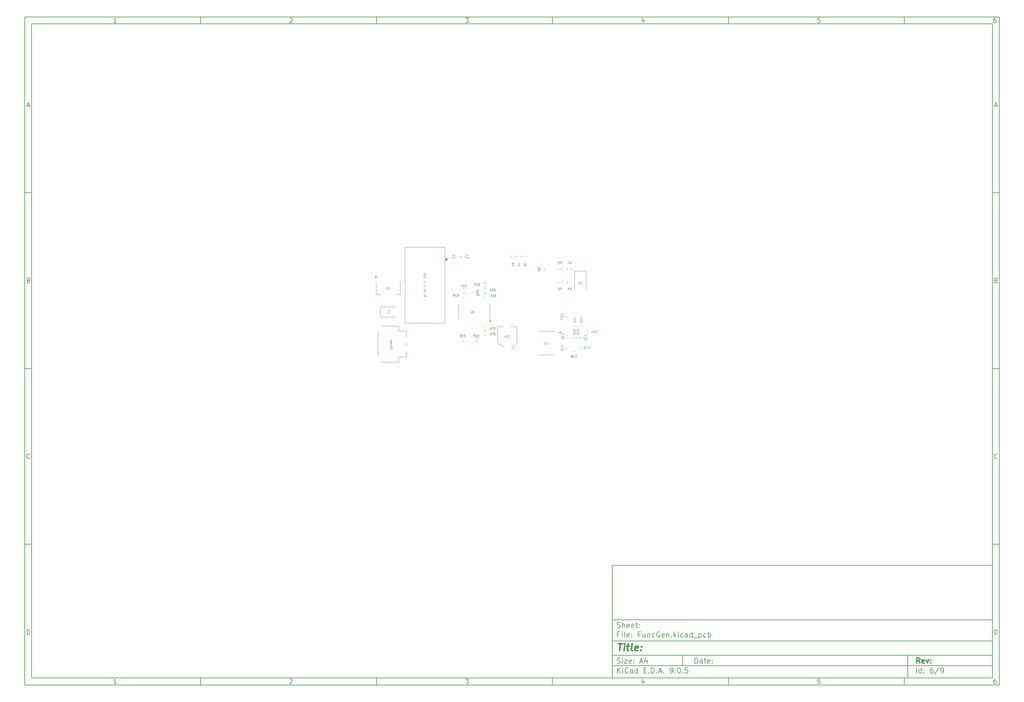
<source format=gbr>
%TF.GenerationSoftware,KiCad,Pcbnew,9.0.5*%
%TF.CreationDate,2025-10-31T11:59:02+05:30*%
%TF.ProjectId,FuncGen,46756e63-4765-46e2-9e6b-696361645f70,rev?*%
%TF.SameCoordinates,Original*%
%TF.FileFunction,Legend,Bot*%
%TF.FilePolarity,Positive*%
%FSLAX46Y46*%
G04 Gerber Fmt 4.6, Leading zero omitted, Abs format (unit mm)*
G04 Created by KiCad (PCBNEW 9.0.5) date 2025-10-31 11:59:02*
%MOMM*%
%LPD*%
G01*
G04 APERTURE LIST*
%ADD10C,0.100000*%
%ADD11C,0.150000*%
%ADD12C,0.300000*%
%ADD13C,0.400000*%
%ADD14C,0.075000*%
%ADD15C,0.120000*%
G04 APERTURE END LIST*
D10*
D11*
X177002200Y-166007200D02*
X285002200Y-166007200D01*
X285002200Y-198007200D01*
X177002200Y-198007200D01*
X177002200Y-166007200D01*
D10*
D11*
X10000000Y-10000000D02*
X287002200Y-10000000D01*
X287002200Y-200007200D01*
X10000000Y-200007200D01*
X10000000Y-10000000D01*
D10*
D11*
X12000000Y-12000000D02*
X285002200Y-12000000D01*
X285002200Y-198007200D01*
X12000000Y-198007200D01*
X12000000Y-12000000D01*
D10*
D11*
X60000000Y-12000000D02*
X60000000Y-10000000D01*
D10*
D11*
X110000000Y-12000000D02*
X110000000Y-10000000D01*
D10*
D11*
X160000000Y-12000000D02*
X160000000Y-10000000D01*
D10*
D11*
X210000000Y-12000000D02*
X210000000Y-10000000D01*
D10*
D11*
X260000000Y-12000000D02*
X260000000Y-10000000D01*
D10*
D11*
X36089160Y-11593604D02*
X35346303Y-11593604D01*
X35717731Y-11593604D02*
X35717731Y-10293604D01*
X35717731Y-10293604D02*
X35593922Y-10479319D01*
X35593922Y-10479319D02*
X35470112Y-10603128D01*
X35470112Y-10603128D02*
X35346303Y-10665033D01*
D10*
D11*
X85346303Y-10417414D02*
X85408207Y-10355509D01*
X85408207Y-10355509D02*
X85532017Y-10293604D01*
X85532017Y-10293604D02*
X85841541Y-10293604D01*
X85841541Y-10293604D02*
X85965350Y-10355509D01*
X85965350Y-10355509D02*
X86027255Y-10417414D01*
X86027255Y-10417414D02*
X86089160Y-10541223D01*
X86089160Y-10541223D02*
X86089160Y-10665033D01*
X86089160Y-10665033D02*
X86027255Y-10850747D01*
X86027255Y-10850747D02*
X85284398Y-11593604D01*
X85284398Y-11593604D02*
X86089160Y-11593604D01*
D10*
D11*
X135284398Y-10293604D02*
X136089160Y-10293604D01*
X136089160Y-10293604D02*
X135655826Y-10788842D01*
X135655826Y-10788842D02*
X135841541Y-10788842D01*
X135841541Y-10788842D02*
X135965350Y-10850747D01*
X135965350Y-10850747D02*
X136027255Y-10912652D01*
X136027255Y-10912652D02*
X136089160Y-11036461D01*
X136089160Y-11036461D02*
X136089160Y-11345985D01*
X136089160Y-11345985D02*
X136027255Y-11469795D01*
X136027255Y-11469795D02*
X135965350Y-11531700D01*
X135965350Y-11531700D02*
X135841541Y-11593604D01*
X135841541Y-11593604D02*
X135470112Y-11593604D01*
X135470112Y-11593604D02*
X135346303Y-11531700D01*
X135346303Y-11531700D02*
X135284398Y-11469795D01*
D10*
D11*
X185965350Y-10726938D02*
X185965350Y-11593604D01*
X185655826Y-10231700D02*
X185346303Y-11160271D01*
X185346303Y-11160271D02*
X186151064Y-11160271D01*
D10*
D11*
X236027255Y-10293604D02*
X235408207Y-10293604D01*
X235408207Y-10293604D02*
X235346303Y-10912652D01*
X235346303Y-10912652D02*
X235408207Y-10850747D01*
X235408207Y-10850747D02*
X235532017Y-10788842D01*
X235532017Y-10788842D02*
X235841541Y-10788842D01*
X235841541Y-10788842D02*
X235965350Y-10850747D01*
X235965350Y-10850747D02*
X236027255Y-10912652D01*
X236027255Y-10912652D02*
X236089160Y-11036461D01*
X236089160Y-11036461D02*
X236089160Y-11345985D01*
X236089160Y-11345985D02*
X236027255Y-11469795D01*
X236027255Y-11469795D02*
X235965350Y-11531700D01*
X235965350Y-11531700D02*
X235841541Y-11593604D01*
X235841541Y-11593604D02*
X235532017Y-11593604D01*
X235532017Y-11593604D02*
X235408207Y-11531700D01*
X235408207Y-11531700D02*
X235346303Y-11469795D01*
D10*
D11*
X285965350Y-10293604D02*
X285717731Y-10293604D01*
X285717731Y-10293604D02*
X285593922Y-10355509D01*
X285593922Y-10355509D02*
X285532017Y-10417414D01*
X285532017Y-10417414D02*
X285408207Y-10603128D01*
X285408207Y-10603128D02*
X285346303Y-10850747D01*
X285346303Y-10850747D02*
X285346303Y-11345985D01*
X285346303Y-11345985D02*
X285408207Y-11469795D01*
X285408207Y-11469795D02*
X285470112Y-11531700D01*
X285470112Y-11531700D02*
X285593922Y-11593604D01*
X285593922Y-11593604D02*
X285841541Y-11593604D01*
X285841541Y-11593604D02*
X285965350Y-11531700D01*
X285965350Y-11531700D02*
X286027255Y-11469795D01*
X286027255Y-11469795D02*
X286089160Y-11345985D01*
X286089160Y-11345985D02*
X286089160Y-11036461D01*
X286089160Y-11036461D02*
X286027255Y-10912652D01*
X286027255Y-10912652D02*
X285965350Y-10850747D01*
X285965350Y-10850747D02*
X285841541Y-10788842D01*
X285841541Y-10788842D02*
X285593922Y-10788842D01*
X285593922Y-10788842D02*
X285470112Y-10850747D01*
X285470112Y-10850747D02*
X285408207Y-10912652D01*
X285408207Y-10912652D02*
X285346303Y-11036461D01*
D10*
D11*
X60000000Y-198007200D02*
X60000000Y-200007200D01*
D10*
D11*
X110000000Y-198007200D02*
X110000000Y-200007200D01*
D10*
D11*
X160000000Y-198007200D02*
X160000000Y-200007200D01*
D10*
D11*
X210000000Y-198007200D02*
X210000000Y-200007200D01*
D10*
D11*
X260000000Y-198007200D02*
X260000000Y-200007200D01*
D10*
D11*
X36089160Y-199600804D02*
X35346303Y-199600804D01*
X35717731Y-199600804D02*
X35717731Y-198300804D01*
X35717731Y-198300804D02*
X35593922Y-198486519D01*
X35593922Y-198486519D02*
X35470112Y-198610328D01*
X35470112Y-198610328D02*
X35346303Y-198672233D01*
D10*
D11*
X85346303Y-198424614D02*
X85408207Y-198362709D01*
X85408207Y-198362709D02*
X85532017Y-198300804D01*
X85532017Y-198300804D02*
X85841541Y-198300804D01*
X85841541Y-198300804D02*
X85965350Y-198362709D01*
X85965350Y-198362709D02*
X86027255Y-198424614D01*
X86027255Y-198424614D02*
X86089160Y-198548423D01*
X86089160Y-198548423D02*
X86089160Y-198672233D01*
X86089160Y-198672233D02*
X86027255Y-198857947D01*
X86027255Y-198857947D02*
X85284398Y-199600804D01*
X85284398Y-199600804D02*
X86089160Y-199600804D01*
D10*
D11*
X135284398Y-198300804D02*
X136089160Y-198300804D01*
X136089160Y-198300804D02*
X135655826Y-198796042D01*
X135655826Y-198796042D02*
X135841541Y-198796042D01*
X135841541Y-198796042D02*
X135965350Y-198857947D01*
X135965350Y-198857947D02*
X136027255Y-198919852D01*
X136027255Y-198919852D02*
X136089160Y-199043661D01*
X136089160Y-199043661D02*
X136089160Y-199353185D01*
X136089160Y-199353185D02*
X136027255Y-199476995D01*
X136027255Y-199476995D02*
X135965350Y-199538900D01*
X135965350Y-199538900D02*
X135841541Y-199600804D01*
X135841541Y-199600804D02*
X135470112Y-199600804D01*
X135470112Y-199600804D02*
X135346303Y-199538900D01*
X135346303Y-199538900D02*
X135284398Y-199476995D01*
D10*
D11*
X185965350Y-198734138D02*
X185965350Y-199600804D01*
X185655826Y-198238900D02*
X185346303Y-199167471D01*
X185346303Y-199167471D02*
X186151064Y-199167471D01*
D10*
D11*
X236027255Y-198300804D02*
X235408207Y-198300804D01*
X235408207Y-198300804D02*
X235346303Y-198919852D01*
X235346303Y-198919852D02*
X235408207Y-198857947D01*
X235408207Y-198857947D02*
X235532017Y-198796042D01*
X235532017Y-198796042D02*
X235841541Y-198796042D01*
X235841541Y-198796042D02*
X235965350Y-198857947D01*
X235965350Y-198857947D02*
X236027255Y-198919852D01*
X236027255Y-198919852D02*
X236089160Y-199043661D01*
X236089160Y-199043661D02*
X236089160Y-199353185D01*
X236089160Y-199353185D02*
X236027255Y-199476995D01*
X236027255Y-199476995D02*
X235965350Y-199538900D01*
X235965350Y-199538900D02*
X235841541Y-199600804D01*
X235841541Y-199600804D02*
X235532017Y-199600804D01*
X235532017Y-199600804D02*
X235408207Y-199538900D01*
X235408207Y-199538900D02*
X235346303Y-199476995D01*
D10*
D11*
X285965350Y-198300804D02*
X285717731Y-198300804D01*
X285717731Y-198300804D02*
X285593922Y-198362709D01*
X285593922Y-198362709D02*
X285532017Y-198424614D01*
X285532017Y-198424614D02*
X285408207Y-198610328D01*
X285408207Y-198610328D02*
X285346303Y-198857947D01*
X285346303Y-198857947D02*
X285346303Y-199353185D01*
X285346303Y-199353185D02*
X285408207Y-199476995D01*
X285408207Y-199476995D02*
X285470112Y-199538900D01*
X285470112Y-199538900D02*
X285593922Y-199600804D01*
X285593922Y-199600804D02*
X285841541Y-199600804D01*
X285841541Y-199600804D02*
X285965350Y-199538900D01*
X285965350Y-199538900D02*
X286027255Y-199476995D01*
X286027255Y-199476995D02*
X286089160Y-199353185D01*
X286089160Y-199353185D02*
X286089160Y-199043661D01*
X286089160Y-199043661D02*
X286027255Y-198919852D01*
X286027255Y-198919852D02*
X285965350Y-198857947D01*
X285965350Y-198857947D02*
X285841541Y-198796042D01*
X285841541Y-198796042D02*
X285593922Y-198796042D01*
X285593922Y-198796042D02*
X285470112Y-198857947D01*
X285470112Y-198857947D02*
X285408207Y-198919852D01*
X285408207Y-198919852D02*
X285346303Y-199043661D01*
D10*
D11*
X10000000Y-60000000D02*
X12000000Y-60000000D01*
D10*
D11*
X10000000Y-110000000D02*
X12000000Y-110000000D01*
D10*
D11*
X10000000Y-160000000D02*
X12000000Y-160000000D01*
D10*
D11*
X10690476Y-35222176D02*
X11309523Y-35222176D01*
X10566666Y-35593604D02*
X10999999Y-34293604D01*
X10999999Y-34293604D02*
X11433333Y-35593604D01*
D10*
D11*
X11092857Y-84912652D02*
X11278571Y-84974557D01*
X11278571Y-84974557D02*
X11340476Y-85036461D01*
X11340476Y-85036461D02*
X11402380Y-85160271D01*
X11402380Y-85160271D02*
X11402380Y-85345985D01*
X11402380Y-85345985D02*
X11340476Y-85469795D01*
X11340476Y-85469795D02*
X11278571Y-85531700D01*
X11278571Y-85531700D02*
X11154761Y-85593604D01*
X11154761Y-85593604D02*
X10659523Y-85593604D01*
X10659523Y-85593604D02*
X10659523Y-84293604D01*
X10659523Y-84293604D02*
X11092857Y-84293604D01*
X11092857Y-84293604D02*
X11216666Y-84355509D01*
X11216666Y-84355509D02*
X11278571Y-84417414D01*
X11278571Y-84417414D02*
X11340476Y-84541223D01*
X11340476Y-84541223D02*
X11340476Y-84665033D01*
X11340476Y-84665033D02*
X11278571Y-84788842D01*
X11278571Y-84788842D02*
X11216666Y-84850747D01*
X11216666Y-84850747D02*
X11092857Y-84912652D01*
X11092857Y-84912652D02*
X10659523Y-84912652D01*
D10*
D11*
X11402380Y-135469795D02*
X11340476Y-135531700D01*
X11340476Y-135531700D02*
X11154761Y-135593604D01*
X11154761Y-135593604D02*
X11030952Y-135593604D01*
X11030952Y-135593604D02*
X10845238Y-135531700D01*
X10845238Y-135531700D02*
X10721428Y-135407890D01*
X10721428Y-135407890D02*
X10659523Y-135284080D01*
X10659523Y-135284080D02*
X10597619Y-135036461D01*
X10597619Y-135036461D02*
X10597619Y-134850747D01*
X10597619Y-134850747D02*
X10659523Y-134603128D01*
X10659523Y-134603128D02*
X10721428Y-134479319D01*
X10721428Y-134479319D02*
X10845238Y-134355509D01*
X10845238Y-134355509D02*
X11030952Y-134293604D01*
X11030952Y-134293604D02*
X11154761Y-134293604D01*
X11154761Y-134293604D02*
X11340476Y-134355509D01*
X11340476Y-134355509D02*
X11402380Y-134417414D01*
D10*
D11*
X10659523Y-185593604D02*
X10659523Y-184293604D01*
X10659523Y-184293604D02*
X10969047Y-184293604D01*
X10969047Y-184293604D02*
X11154761Y-184355509D01*
X11154761Y-184355509D02*
X11278571Y-184479319D01*
X11278571Y-184479319D02*
X11340476Y-184603128D01*
X11340476Y-184603128D02*
X11402380Y-184850747D01*
X11402380Y-184850747D02*
X11402380Y-185036461D01*
X11402380Y-185036461D02*
X11340476Y-185284080D01*
X11340476Y-185284080D02*
X11278571Y-185407890D01*
X11278571Y-185407890D02*
X11154761Y-185531700D01*
X11154761Y-185531700D02*
X10969047Y-185593604D01*
X10969047Y-185593604D02*
X10659523Y-185593604D01*
D10*
D11*
X287002200Y-60000000D02*
X285002200Y-60000000D01*
D10*
D11*
X287002200Y-110000000D02*
X285002200Y-110000000D01*
D10*
D11*
X287002200Y-160000000D02*
X285002200Y-160000000D01*
D10*
D11*
X285692676Y-35222176D02*
X286311723Y-35222176D01*
X285568866Y-35593604D02*
X286002199Y-34293604D01*
X286002199Y-34293604D02*
X286435533Y-35593604D01*
D10*
D11*
X286095057Y-84912652D02*
X286280771Y-84974557D01*
X286280771Y-84974557D02*
X286342676Y-85036461D01*
X286342676Y-85036461D02*
X286404580Y-85160271D01*
X286404580Y-85160271D02*
X286404580Y-85345985D01*
X286404580Y-85345985D02*
X286342676Y-85469795D01*
X286342676Y-85469795D02*
X286280771Y-85531700D01*
X286280771Y-85531700D02*
X286156961Y-85593604D01*
X286156961Y-85593604D02*
X285661723Y-85593604D01*
X285661723Y-85593604D02*
X285661723Y-84293604D01*
X285661723Y-84293604D02*
X286095057Y-84293604D01*
X286095057Y-84293604D02*
X286218866Y-84355509D01*
X286218866Y-84355509D02*
X286280771Y-84417414D01*
X286280771Y-84417414D02*
X286342676Y-84541223D01*
X286342676Y-84541223D02*
X286342676Y-84665033D01*
X286342676Y-84665033D02*
X286280771Y-84788842D01*
X286280771Y-84788842D02*
X286218866Y-84850747D01*
X286218866Y-84850747D02*
X286095057Y-84912652D01*
X286095057Y-84912652D02*
X285661723Y-84912652D01*
D10*
D11*
X286404580Y-135469795D02*
X286342676Y-135531700D01*
X286342676Y-135531700D02*
X286156961Y-135593604D01*
X286156961Y-135593604D02*
X286033152Y-135593604D01*
X286033152Y-135593604D02*
X285847438Y-135531700D01*
X285847438Y-135531700D02*
X285723628Y-135407890D01*
X285723628Y-135407890D02*
X285661723Y-135284080D01*
X285661723Y-135284080D02*
X285599819Y-135036461D01*
X285599819Y-135036461D02*
X285599819Y-134850747D01*
X285599819Y-134850747D02*
X285661723Y-134603128D01*
X285661723Y-134603128D02*
X285723628Y-134479319D01*
X285723628Y-134479319D02*
X285847438Y-134355509D01*
X285847438Y-134355509D02*
X286033152Y-134293604D01*
X286033152Y-134293604D02*
X286156961Y-134293604D01*
X286156961Y-134293604D02*
X286342676Y-134355509D01*
X286342676Y-134355509D02*
X286404580Y-134417414D01*
D10*
D11*
X285661723Y-185593604D02*
X285661723Y-184293604D01*
X285661723Y-184293604D02*
X285971247Y-184293604D01*
X285971247Y-184293604D02*
X286156961Y-184355509D01*
X286156961Y-184355509D02*
X286280771Y-184479319D01*
X286280771Y-184479319D02*
X286342676Y-184603128D01*
X286342676Y-184603128D02*
X286404580Y-184850747D01*
X286404580Y-184850747D02*
X286404580Y-185036461D01*
X286404580Y-185036461D02*
X286342676Y-185284080D01*
X286342676Y-185284080D02*
X286280771Y-185407890D01*
X286280771Y-185407890D02*
X286156961Y-185531700D01*
X286156961Y-185531700D02*
X285971247Y-185593604D01*
X285971247Y-185593604D02*
X285661723Y-185593604D01*
D10*
D11*
X200458026Y-193793328D02*
X200458026Y-192293328D01*
X200458026Y-192293328D02*
X200815169Y-192293328D01*
X200815169Y-192293328D02*
X201029455Y-192364757D01*
X201029455Y-192364757D02*
X201172312Y-192507614D01*
X201172312Y-192507614D02*
X201243741Y-192650471D01*
X201243741Y-192650471D02*
X201315169Y-192936185D01*
X201315169Y-192936185D02*
X201315169Y-193150471D01*
X201315169Y-193150471D02*
X201243741Y-193436185D01*
X201243741Y-193436185D02*
X201172312Y-193579042D01*
X201172312Y-193579042D02*
X201029455Y-193721900D01*
X201029455Y-193721900D02*
X200815169Y-193793328D01*
X200815169Y-193793328D02*
X200458026Y-193793328D01*
X202600884Y-193793328D02*
X202600884Y-193007614D01*
X202600884Y-193007614D02*
X202529455Y-192864757D01*
X202529455Y-192864757D02*
X202386598Y-192793328D01*
X202386598Y-192793328D02*
X202100884Y-192793328D01*
X202100884Y-192793328D02*
X201958026Y-192864757D01*
X202600884Y-193721900D02*
X202458026Y-193793328D01*
X202458026Y-193793328D02*
X202100884Y-193793328D01*
X202100884Y-193793328D02*
X201958026Y-193721900D01*
X201958026Y-193721900D02*
X201886598Y-193579042D01*
X201886598Y-193579042D02*
X201886598Y-193436185D01*
X201886598Y-193436185D02*
X201958026Y-193293328D01*
X201958026Y-193293328D02*
X202100884Y-193221900D01*
X202100884Y-193221900D02*
X202458026Y-193221900D01*
X202458026Y-193221900D02*
X202600884Y-193150471D01*
X203100884Y-192793328D02*
X203672312Y-192793328D01*
X203315169Y-192293328D02*
X203315169Y-193579042D01*
X203315169Y-193579042D02*
X203386598Y-193721900D01*
X203386598Y-193721900D02*
X203529455Y-193793328D01*
X203529455Y-193793328D02*
X203672312Y-193793328D01*
X204743741Y-193721900D02*
X204600884Y-193793328D01*
X204600884Y-193793328D02*
X204315170Y-193793328D01*
X204315170Y-193793328D02*
X204172312Y-193721900D01*
X204172312Y-193721900D02*
X204100884Y-193579042D01*
X204100884Y-193579042D02*
X204100884Y-193007614D01*
X204100884Y-193007614D02*
X204172312Y-192864757D01*
X204172312Y-192864757D02*
X204315170Y-192793328D01*
X204315170Y-192793328D02*
X204600884Y-192793328D01*
X204600884Y-192793328D02*
X204743741Y-192864757D01*
X204743741Y-192864757D02*
X204815170Y-193007614D01*
X204815170Y-193007614D02*
X204815170Y-193150471D01*
X204815170Y-193150471D02*
X204100884Y-193293328D01*
X205458026Y-193650471D02*
X205529455Y-193721900D01*
X205529455Y-193721900D02*
X205458026Y-193793328D01*
X205458026Y-193793328D02*
X205386598Y-193721900D01*
X205386598Y-193721900D02*
X205458026Y-193650471D01*
X205458026Y-193650471D02*
X205458026Y-193793328D01*
X205458026Y-192864757D02*
X205529455Y-192936185D01*
X205529455Y-192936185D02*
X205458026Y-193007614D01*
X205458026Y-193007614D02*
X205386598Y-192936185D01*
X205386598Y-192936185D02*
X205458026Y-192864757D01*
X205458026Y-192864757D02*
X205458026Y-193007614D01*
D10*
D11*
X177002200Y-194507200D02*
X285002200Y-194507200D01*
D10*
D11*
X178458026Y-196593328D02*
X178458026Y-195093328D01*
X179315169Y-196593328D02*
X178672312Y-195736185D01*
X179315169Y-195093328D02*
X178458026Y-195950471D01*
X179958026Y-196593328D02*
X179958026Y-195593328D01*
X179958026Y-195093328D02*
X179886598Y-195164757D01*
X179886598Y-195164757D02*
X179958026Y-195236185D01*
X179958026Y-195236185D02*
X180029455Y-195164757D01*
X180029455Y-195164757D02*
X179958026Y-195093328D01*
X179958026Y-195093328D02*
X179958026Y-195236185D01*
X181529455Y-196450471D02*
X181458027Y-196521900D01*
X181458027Y-196521900D02*
X181243741Y-196593328D01*
X181243741Y-196593328D02*
X181100884Y-196593328D01*
X181100884Y-196593328D02*
X180886598Y-196521900D01*
X180886598Y-196521900D02*
X180743741Y-196379042D01*
X180743741Y-196379042D02*
X180672312Y-196236185D01*
X180672312Y-196236185D02*
X180600884Y-195950471D01*
X180600884Y-195950471D02*
X180600884Y-195736185D01*
X180600884Y-195736185D02*
X180672312Y-195450471D01*
X180672312Y-195450471D02*
X180743741Y-195307614D01*
X180743741Y-195307614D02*
X180886598Y-195164757D01*
X180886598Y-195164757D02*
X181100884Y-195093328D01*
X181100884Y-195093328D02*
X181243741Y-195093328D01*
X181243741Y-195093328D02*
X181458027Y-195164757D01*
X181458027Y-195164757D02*
X181529455Y-195236185D01*
X182815170Y-196593328D02*
X182815170Y-195807614D01*
X182815170Y-195807614D02*
X182743741Y-195664757D01*
X182743741Y-195664757D02*
X182600884Y-195593328D01*
X182600884Y-195593328D02*
X182315170Y-195593328D01*
X182315170Y-195593328D02*
X182172312Y-195664757D01*
X182815170Y-196521900D02*
X182672312Y-196593328D01*
X182672312Y-196593328D02*
X182315170Y-196593328D01*
X182315170Y-196593328D02*
X182172312Y-196521900D01*
X182172312Y-196521900D02*
X182100884Y-196379042D01*
X182100884Y-196379042D02*
X182100884Y-196236185D01*
X182100884Y-196236185D02*
X182172312Y-196093328D01*
X182172312Y-196093328D02*
X182315170Y-196021900D01*
X182315170Y-196021900D02*
X182672312Y-196021900D01*
X182672312Y-196021900D02*
X182815170Y-195950471D01*
X184172313Y-196593328D02*
X184172313Y-195093328D01*
X184172313Y-196521900D02*
X184029455Y-196593328D01*
X184029455Y-196593328D02*
X183743741Y-196593328D01*
X183743741Y-196593328D02*
X183600884Y-196521900D01*
X183600884Y-196521900D02*
X183529455Y-196450471D01*
X183529455Y-196450471D02*
X183458027Y-196307614D01*
X183458027Y-196307614D02*
X183458027Y-195879042D01*
X183458027Y-195879042D02*
X183529455Y-195736185D01*
X183529455Y-195736185D02*
X183600884Y-195664757D01*
X183600884Y-195664757D02*
X183743741Y-195593328D01*
X183743741Y-195593328D02*
X184029455Y-195593328D01*
X184029455Y-195593328D02*
X184172313Y-195664757D01*
X186029455Y-195807614D02*
X186529455Y-195807614D01*
X186743741Y-196593328D02*
X186029455Y-196593328D01*
X186029455Y-196593328D02*
X186029455Y-195093328D01*
X186029455Y-195093328D02*
X186743741Y-195093328D01*
X187386598Y-196450471D02*
X187458027Y-196521900D01*
X187458027Y-196521900D02*
X187386598Y-196593328D01*
X187386598Y-196593328D02*
X187315170Y-196521900D01*
X187315170Y-196521900D02*
X187386598Y-196450471D01*
X187386598Y-196450471D02*
X187386598Y-196593328D01*
X188100884Y-196593328D02*
X188100884Y-195093328D01*
X188100884Y-195093328D02*
X188458027Y-195093328D01*
X188458027Y-195093328D02*
X188672313Y-195164757D01*
X188672313Y-195164757D02*
X188815170Y-195307614D01*
X188815170Y-195307614D02*
X188886599Y-195450471D01*
X188886599Y-195450471D02*
X188958027Y-195736185D01*
X188958027Y-195736185D02*
X188958027Y-195950471D01*
X188958027Y-195950471D02*
X188886599Y-196236185D01*
X188886599Y-196236185D02*
X188815170Y-196379042D01*
X188815170Y-196379042D02*
X188672313Y-196521900D01*
X188672313Y-196521900D02*
X188458027Y-196593328D01*
X188458027Y-196593328D02*
X188100884Y-196593328D01*
X189600884Y-196450471D02*
X189672313Y-196521900D01*
X189672313Y-196521900D02*
X189600884Y-196593328D01*
X189600884Y-196593328D02*
X189529456Y-196521900D01*
X189529456Y-196521900D02*
X189600884Y-196450471D01*
X189600884Y-196450471D02*
X189600884Y-196593328D01*
X190243742Y-196164757D02*
X190958028Y-196164757D01*
X190100885Y-196593328D02*
X190600885Y-195093328D01*
X190600885Y-195093328D02*
X191100885Y-196593328D01*
X191600884Y-196450471D02*
X191672313Y-196521900D01*
X191672313Y-196521900D02*
X191600884Y-196593328D01*
X191600884Y-196593328D02*
X191529456Y-196521900D01*
X191529456Y-196521900D02*
X191600884Y-196450471D01*
X191600884Y-196450471D02*
X191600884Y-196593328D01*
X193529456Y-196593328D02*
X193815170Y-196593328D01*
X193815170Y-196593328D02*
X193958027Y-196521900D01*
X193958027Y-196521900D02*
X194029456Y-196450471D01*
X194029456Y-196450471D02*
X194172313Y-196236185D01*
X194172313Y-196236185D02*
X194243742Y-195950471D01*
X194243742Y-195950471D02*
X194243742Y-195379042D01*
X194243742Y-195379042D02*
X194172313Y-195236185D01*
X194172313Y-195236185D02*
X194100885Y-195164757D01*
X194100885Y-195164757D02*
X193958027Y-195093328D01*
X193958027Y-195093328D02*
X193672313Y-195093328D01*
X193672313Y-195093328D02*
X193529456Y-195164757D01*
X193529456Y-195164757D02*
X193458027Y-195236185D01*
X193458027Y-195236185D02*
X193386599Y-195379042D01*
X193386599Y-195379042D02*
X193386599Y-195736185D01*
X193386599Y-195736185D02*
X193458027Y-195879042D01*
X193458027Y-195879042D02*
X193529456Y-195950471D01*
X193529456Y-195950471D02*
X193672313Y-196021900D01*
X193672313Y-196021900D02*
X193958027Y-196021900D01*
X193958027Y-196021900D02*
X194100885Y-195950471D01*
X194100885Y-195950471D02*
X194172313Y-195879042D01*
X194172313Y-195879042D02*
X194243742Y-195736185D01*
X194886598Y-196450471D02*
X194958027Y-196521900D01*
X194958027Y-196521900D02*
X194886598Y-196593328D01*
X194886598Y-196593328D02*
X194815170Y-196521900D01*
X194815170Y-196521900D02*
X194886598Y-196450471D01*
X194886598Y-196450471D02*
X194886598Y-196593328D01*
X195886599Y-195093328D02*
X196029456Y-195093328D01*
X196029456Y-195093328D02*
X196172313Y-195164757D01*
X196172313Y-195164757D02*
X196243742Y-195236185D01*
X196243742Y-195236185D02*
X196315170Y-195379042D01*
X196315170Y-195379042D02*
X196386599Y-195664757D01*
X196386599Y-195664757D02*
X196386599Y-196021900D01*
X196386599Y-196021900D02*
X196315170Y-196307614D01*
X196315170Y-196307614D02*
X196243742Y-196450471D01*
X196243742Y-196450471D02*
X196172313Y-196521900D01*
X196172313Y-196521900D02*
X196029456Y-196593328D01*
X196029456Y-196593328D02*
X195886599Y-196593328D01*
X195886599Y-196593328D02*
X195743742Y-196521900D01*
X195743742Y-196521900D02*
X195672313Y-196450471D01*
X195672313Y-196450471D02*
X195600884Y-196307614D01*
X195600884Y-196307614D02*
X195529456Y-196021900D01*
X195529456Y-196021900D02*
X195529456Y-195664757D01*
X195529456Y-195664757D02*
X195600884Y-195379042D01*
X195600884Y-195379042D02*
X195672313Y-195236185D01*
X195672313Y-195236185D02*
X195743742Y-195164757D01*
X195743742Y-195164757D02*
X195886599Y-195093328D01*
X197029455Y-196450471D02*
X197100884Y-196521900D01*
X197100884Y-196521900D02*
X197029455Y-196593328D01*
X197029455Y-196593328D02*
X196958027Y-196521900D01*
X196958027Y-196521900D02*
X197029455Y-196450471D01*
X197029455Y-196450471D02*
X197029455Y-196593328D01*
X198458027Y-195093328D02*
X197743741Y-195093328D01*
X197743741Y-195093328D02*
X197672313Y-195807614D01*
X197672313Y-195807614D02*
X197743741Y-195736185D01*
X197743741Y-195736185D02*
X197886599Y-195664757D01*
X197886599Y-195664757D02*
X198243741Y-195664757D01*
X198243741Y-195664757D02*
X198386599Y-195736185D01*
X198386599Y-195736185D02*
X198458027Y-195807614D01*
X198458027Y-195807614D02*
X198529456Y-195950471D01*
X198529456Y-195950471D02*
X198529456Y-196307614D01*
X198529456Y-196307614D02*
X198458027Y-196450471D01*
X198458027Y-196450471D02*
X198386599Y-196521900D01*
X198386599Y-196521900D02*
X198243741Y-196593328D01*
X198243741Y-196593328D02*
X197886599Y-196593328D01*
X197886599Y-196593328D02*
X197743741Y-196521900D01*
X197743741Y-196521900D02*
X197672313Y-196450471D01*
D10*
D11*
X177002200Y-191507200D02*
X285002200Y-191507200D01*
D10*
D12*
X264413853Y-193785528D02*
X263913853Y-193071242D01*
X263556710Y-193785528D02*
X263556710Y-192285528D01*
X263556710Y-192285528D02*
X264128139Y-192285528D01*
X264128139Y-192285528D02*
X264270996Y-192356957D01*
X264270996Y-192356957D02*
X264342425Y-192428385D01*
X264342425Y-192428385D02*
X264413853Y-192571242D01*
X264413853Y-192571242D02*
X264413853Y-192785528D01*
X264413853Y-192785528D02*
X264342425Y-192928385D01*
X264342425Y-192928385D02*
X264270996Y-192999814D01*
X264270996Y-192999814D02*
X264128139Y-193071242D01*
X264128139Y-193071242D02*
X263556710Y-193071242D01*
X265628139Y-193714100D02*
X265485282Y-193785528D01*
X265485282Y-193785528D02*
X265199568Y-193785528D01*
X265199568Y-193785528D02*
X265056710Y-193714100D01*
X265056710Y-193714100D02*
X264985282Y-193571242D01*
X264985282Y-193571242D02*
X264985282Y-192999814D01*
X264985282Y-192999814D02*
X265056710Y-192856957D01*
X265056710Y-192856957D02*
X265199568Y-192785528D01*
X265199568Y-192785528D02*
X265485282Y-192785528D01*
X265485282Y-192785528D02*
X265628139Y-192856957D01*
X265628139Y-192856957D02*
X265699568Y-192999814D01*
X265699568Y-192999814D02*
X265699568Y-193142671D01*
X265699568Y-193142671D02*
X264985282Y-193285528D01*
X266199567Y-192785528D02*
X266556710Y-193785528D01*
X266556710Y-193785528D02*
X266913853Y-192785528D01*
X267485281Y-193642671D02*
X267556710Y-193714100D01*
X267556710Y-193714100D02*
X267485281Y-193785528D01*
X267485281Y-193785528D02*
X267413853Y-193714100D01*
X267413853Y-193714100D02*
X267485281Y-193642671D01*
X267485281Y-193642671D02*
X267485281Y-193785528D01*
X267485281Y-192856957D02*
X267556710Y-192928385D01*
X267556710Y-192928385D02*
X267485281Y-192999814D01*
X267485281Y-192999814D02*
X267413853Y-192928385D01*
X267413853Y-192928385D02*
X267485281Y-192856957D01*
X267485281Y-192856957D02*
X267485281Y-192999814D01*
D10*
D11*
X178386598Y-193721900D02*
X178600884Y-193793328D01*
X178600884Y-193793328D02*
X178958026Y-193793328D01*
X178958026Y-193793328D02*
X179100884Y-193721900D01*
X179100884Y-193721900D02*
X179172312Y-193650471D01*
X179172312Y-193650471D02*
X179243741Y-193507614D01*
X179243741Y-193507614D02*
X179243741Y-193364757D01*
X179243741Y-193364757D02*
X179172312Y-193221900D01*
X179172312Y-193221900D02*
X179100884Y-193150471D01*
X179100884Y-193150471D02*
X178958026Y-193079042D01*
X178958026Y-193079042D02*
X178672312Y-193007614D01*
X178672312Y-193007614D02*
X178529455Y-192936185D01*
X178529455Y-192936185D02*
X178458026Y-192864757D01*
X178458026Y-192864757D02*
X178386598Y-192721900D01*
X178386598Y-192721900D02*
X178386598Y-192579042D01*
X178386598Y-192579042D02*
X178458026Y-192436185D01*
X178458026Y-192436185D02*
X178529455Y-192364757D01*
X178529455Y-192364757D02*
X178672312Y-192293328D01*
X178672312Y-192293328D02*
X179029455Y-192293328D01*
X179029455Y-192293328D02*
X179243741Y-192364757D01*
X179886597Y-193793328D02*
X179886597Y-192793328D01*
X179886597Y-192293328D02*
X179815169Y-192364757D01*
X179815169Y-192364757D02*
X179886597Y-192436185D01*
X179886597Y-192436185D02*
X179958026Y-192364757D01*
X179958026Y-192364757D02*
X179886597Y-192293328D01*
X179886597Y-192293328D02*
X179886597Y-192436185D01*
X180458026Y-192793328D02*
X181243741Y-192793328D01*
X181243741Y-192793328D02*
X180458026Y-193793328D01*
X180458026Y-193793328D02*
X181243741Y-193793328D01*
X182386598Y-193721900D02*
X182243741Y-193793328D01*
X182243741Y-193793328D02*
X181958027Y-193793328D01*
X181958027Y-193793328D02*
X181815169Y-193721900D01*
X181815169Y-193721900D02*
X181743741Y-193579042D01*
X181743741Y-193579042D02*
X181743741Y-193007614D01*
X181743741Y-193007614D02*
X181815169Y-192864757D01*
X181815169Y-192864757D02*
X181958027Y-192793328D01*
X181958027Y-192793328D02*
X182243741Y-192793328D01*
X182243741Y-192793328D02*
X182386598Y-192864757D01*
X182386598Y-192864757D02*
X182458027Y-193007614D01*
X182458027Y-193007614D02*
X182458027Y-193150471D01*
X182458027Y-193150471D02*
X181743741Y-193293328D01*
X183100883Y-193650471D02*
X183172312Y-193721900D01*
X183172312Y-193721900D02*
X183100883Y-193793328D01*
X183100883Y-193793328D02*
X183029455Y-193721900D01*
X183029455Y-193721900D02*
X183100883Y-193650471D01*
X183100883Y-193650471D02*
X183100883Y-193793328D01*
X183100883Y-192864757D02*
X183172312Y-192936185D01*
X183172312Y-192936185D02*
X183100883Y-193007614D01*
X183100883Y-193007614D02*
X183029455Y-192936185D01*
X183029455Y-192936185D02*
X183100883Y-192864757D01*
X183100883Y-192864757D02*
X183100883Y-193007614D01*
X184886598Y-193364757D02*
X185600884Y-193364757D01*
X184743741Y-193793328D02*
X185243741Y-192293328D01*
X185243741Y-192293328D02*
X185743741Y-193793328D01*
X186886598Y-192793328D02*
X186886598Y-193793328D01*
X186529455Y-192221900D02*
X186172312Y-193293328D01*
X186172312Y-193293328D02*
X187100883Y-193293328D01*
D10*
D11*
X263458026Y-196593328D02*
X263458026Y-195093328D01*
X264815170Y-196593328D02*
X264815170Y-195093328D01*
X264815170Y-196521900D02*
X264672312Y-196593328D01*
X264672312Y-196593328D02*
X264386598Y-196593328D01*
X264386598Y-196593328D02*
X264243741Y-196521900D01*
X264243741Y-196521900D02*
X264172312Y-196450471D01*
X264172312Y-196450471D02*
X264100884Y-196307614D01*
X264100884Y-196307614D02*
X264100884Y-195879042D01*
X264100884Y-195879042D02*
X264172312Y-195736185D01*
X264172312Y-195736185D02*
X264243741Y-195664757D01*
X264243741Y-195664757D02*
X264386598Y-195593328D01*
X264386598Y-195593328D02*
X264672312Y-195593328D01*
X264672312Y-195593328D02*
X264815170Y-195664757D01*
X265529455Y-196450471D02*
X265600884Y-196521900D01*
X265600884Y-196521900D02*
X265529455Y-196593328D01*
X265529455Y-196593328D02*
X265458027Y-196521900D01*
X265458027Y-196521900D02*
X265529455Y-196450471D01*
X265529455Y-196450471D02*
X265529455Y-196593328D01*
X265529455Y-195664757D02*
X265600884Y-195736185D01*
X265600884Y-195736185D02*
X265529455Y-195807614D01*
X265529455Y-195807614D02*
X265458027Y-195736185D01*
X265458027Y-195736185D02*
X265529455Y-195664757D01*
X265529455Y-195664757D02*
X265529455Y-195807614D01*
X268029456Y-195093328D02*
X267743741Y-195093328D01*
X267743741Y-195093328D02*
X267600884Y-195164757D01*
X267600884Y-195164757D02*
X267529456Y-195236185D01*
X267529456Y-195236185D02*
X267386598Y-195450471D01*
X267386598Y-195450471D02*
X267315170Y-195736185D01*
X267315170Y-195736185D02*
X267315170Y-196307614D01*
X267315170Y-196307614D02*
X267386598Y-196450471D01*
X267386598Y-196450471D02*
X267458027Y-196521900D01*
X267458027Y-196521900D02*
X267600884Y-196593328D01*
X267600884Y-196593328D02*
X267886598Y-196593328D01*
X267886598Y-196593328D02*
X268029456Y-196521900D01*
X268029456Y-196521900D02*
X268100884Y-196450471D01*
X268100884Y-196450471D02*
X268172313Y-196307614D01*
X268172313Y-196307614D02*
X268172313Y-195950471D01*
X268172313Y-195950471D02*
X268100884Y-195807614D01*
X268100884Y-195807614D02*
X268029456Y-195736185D01*
X268029456Y-195736185D02*
X267886598Y-195664757D01*
X267886598Y-195664757D02*
X267600884Y-195664757D01*
X267600884Y-195664757D02*
X267458027Y-195736185D01*
X267458027Y-195736185D02*
X267386598Y-195807614D01*
X267386598Y-195807614D02*
X267315170Y-195950471D01*
X269886598Y-195021900D02*
X268600884Y-196950471D01*
X270458027Y-196593328D02*
X270743741Y-196593328D01*
X270743741Y-196593328D02*
X270886598Y-196521900D01*
X270886598Y-196521900D02*
X270958027Y-196450471D01*
X270958027Y-196450471D02*
X271100884Y-196236185D01*
X271100884Y-196236185D02*
X271172313Y-195950471D01*
X271172313Y-195950471D02*
X271172313Y-195379042D01*
X271172313Y-195379042D02*
X271100884Y-195236185D01*
X271100884Y-195236185D02*
X271029456Y-195164757D01*
X271029456Y-195164757D02*
X270886598Y-195093328D01*
X270886598Y-195093328D02*
X270600884Y-195093328D01*
X270600884Y-195093328D02*
X270458027Y-195164757D01*
X270458027Y-195164757D02*
X270386598Y-195236185D01*
X270386598Y-195236185D02*
X270315170Y-195379042D01*
X270315170Y-195379042D02*
X270315170Y-195736185D01*
X270315170Y-195736185D02*
X270386598Y-195879042D01*
X270386598Y-195879042D02*
X270458027Y-195950471D01*
X270458027Y-195950471D02*
X270600884Y-196021900D01*
X270600884Y-196021900D02*
X270886598Y-196021900D01*
X270886598Y-196021900D02*
X271029456Y-195950471D01*
X271029456Y-195950471D02*
X271100884Y-195879042D01*
X271100884Y-195879042D02*
X271172313Y-195736185D01*
D10*
D11*
X177002200Y-187507200D02*
X285002200Y-187507200D01*
D10*
D13*
X178693928Y-188211638D02*
X179836785Y-188211638D01*
X179015357Y-190211638D02*
X179265357Y-188211638D01*
X180253452Y-190211638D02*
X180420119Y-188878304D01*
X180503452Y-188211638D02*
X180396309Y-188306876D01*
X180396309Y-188306876D02*
X180479643Y-188402114D01*
X180479643Y-188402114D02*
X180586786Y-188306876D01*
X180586786Y-188306876D02*
X180503452Y-188211638D01*
X180503452Y-188211638D02*
X180479643Y-188402114D01*
X181086786Y-188878304D02*
X181848690Y-188878304D01*
X181455833Y-188211638D02*
X181241548Y-189925923D01*
X181241548Y-189925923D02*
X181312976Y-190116400D01*
X181312976Y-190116400D02*
X181491548Y-190211638D01*
X181491548Y-190211638D02*
X181682024Y-190211638D01*
X182634405Y-190211638D02*
X182455833Y-190116400D01*
X182455833Y-190116400D02*
X182384405Y-189925923D01*
X182384405Y-189925923D02*
X182598690Y-188211638D01*
X184170119Y-190116400D02*
X183967738Y-190211638D01*
X183967738Y-190211638D02*
X183586785Y-190211638D01*
X183586785Y-190211638D02*
X183408214Y-190116400D01*
X183408214Y-190116400D02*
X183336785Y-189925923D01*
X183336785Y-189925923D02*
X183432024Y-189164019D01*
X183432024Y-189164019D02*
X183551071Y-188973542D01*
X183551071Y-188973542D02*
X183753452Y-188878304D01*
X183753452Y-188878304D02*
X184134404Y-188878304D01*
X184134404Y-188878304D02*
X184312976Y-188973542D01*
X184312976Y-188973542D02*
X184384404Y-189164019D01*
X184384404Y-189164019D02*
X184360595Y-189354495D01*
X184360595Y-189354495D02*
X183384404Y-189544971D01*
X185134405Y-190021161D02*
X185217738Y-190116400D01*
X185217738Y-190116400D02*
X185110595Y-190211638D01*
X185110595Y-190211638D02*
X185027262Y-190116400D01*
X185027262Y-190116400D02*
X185134405Y-190021161D01*
X185134405Y-190021161D02*
X185110595Y-190211638D01*
X185265357Y-188973542D02*
X185348690Y-189068780D01*
X185348690Y-189068780D02*
X185241548Y-189164019D01*
X185241548Y-189164019D02*
X185158214Y-189068780D01*
X185158214Y-189068780D02*
X185265357Y-188973542D01*
X185265357Y-188973542D02*
X185241548Y-189164019D01*
D10*
D11*
X178958026Y-185607614D02*
X178458026Y-185607614D01*
X178458026Y-186393328D02*
X178458026Y-184893328D01*
X178458026Y-184893328D02*
X179172312Y-184893328D01*
X179743740Y-186393328D02*
X179743740Y-185393328D01*
X179743740Y-184893328D02*
X179672312Y-184964757D01*
X179672312Y-184964757D02*
X179743740Y-185036185D01*
X179743740Y-185036185D02*
X179815169Y-184964757D01*
X179815169Y-184964757D02*
X179743740Y-184893328D01*
X179743740Y-184893328D02*
X179743740Y-185036185D01*
X180672312Y-186393328D02*
X180529455Y-186321900D01*
X180529455Y-186321900D02*
X180458026Y-186179042D01*
X180458026Y-186179042D02*
X180458026Y-184893328D01*
X181815169Y-186321900D02*
X181672312Y-186393328D01*
X181672312Y-186393328D02*
X181386598Y-186393328D01*
X181386598Y-186393328D02*
X181243740Y-186321900D01*
X181243740Y-186321900D02*
X181172312Y-186179042D01*
X181172312Y-186179042D02*
X181172312Y-185607614D01*
X181172312Y-185607614D02*
X181243740Y-185464757D01*
X181243740Y-185464757D02*
X181386598Y-185393328D01*
X181386598Y-185393328D02*
X181672312Y-185393328D01*
X181672312Y-185393328D02*
X181815169Y-185464757D01*
X181815169Y-185464757D02*
X181886598Y-185607614D01*
X181886598Y-185607614D02*
X181886598Y-185750471D01*
X181886598Y-185750471D02*
X181172312Y-185893328D01*
X182529454Y-186250471D02*
X182600883Y-186321900D01*
X182600883Y-186321900D02*
X182529454Y-186393328D01*
X182529454Y-186393328D02*
X182458026Y-186321900D01*
X182458026Y-186321900D02*
X182529454Y-186250471D01*
X182529454Y-186250471D02*
X182529454Y-186393328D01*
X182529454Y-185464757D02*
X182600883Y-185536185D01*
X182600883Y-185536185D02*
X182529454Y-185607614D01*
X182529454Y-185607614D02*
X182458026Y-185536185D01*
X182458026Y-185536185D02*
X182529454Y-185464757D01*
X182529454Y-185464757D02*
X182529454Y-185607614D01*
X184886597Y-185607614D02*
X184386597Y-185607614D01*
X184386597Y-186393328D02*
X184386597Y-184893328D01*
X184386597Y-184893328D02*
X185100883Y-184893328D01*
X186315169Y-185393328D02*
X186315169Y-186393328D01*
X185672311Y-185393328D02*
X185672311Y-186179042D01*
X185672311Y-186179042D02*
X185743740Y-186321900D01*
X185743740Y-186321900D02*
X185886597Y-186393328D01*
X185886597Y-186393328D02*
X186100883Y-186393328D01*
X186100883Y-186393328D02*
X186243740Y-186321900D01*
X186243740Y-186321900D02*
X186315169Y-186250471D01*
X187029454Y-185393328D02*
X187029454Y-186393328D01*
X187029454Y-185536185D02*
X187100883Y-185464757D01*
X187100883Y-185464757D02*
X187243740Y-185393328D01*
X187243740Y-185393328D02*
X187458026Y-185393328D01*
X187458026Y-185393328D02*
X187600883Y-185464757D01*
X187600883Y-185464757D02*
X187672312Y-185607614D01*
X187672312Y-185607614D02*
X187672312Y-186393328D01*
X189029455Y-186321900D02*
X188886597Y-186393328D01*
X188886597Y-186393328D02*
X188600883Y-186393328D01*
X188600883Y-186393328D02*
X188458026Y-186321900D01*
X188458026Y-186321900D02*
X188386597Y-186250471D01*
X188386597Y-186250471D02*
X188315169Y-186107614D01*
X188315169Y-186107614D02*
X188315169Y-185679042D01*
X188315169Y-185679042D02*
X188386597Y-185536185D01*
X188386597Y-185536185D02*
X188458026Y-185464757D01*
X188458026Y-185464757D02*
X188600883Y-185393328D01*
X188600883Y-185393328D02*
X188886597Y-185393328D01*
X188886597Y-185393328D02*
X189029455Y-185464757D01*
X190458026Y-184964757D02*
X190315169Y-184893328D01*
X190315169Y-184893328D02*
X190100883Y-184893328D01*
X190100883Y-184893328D02*
X189886597Y-184964757D01*
X189886597Y-184964757D02*
X189743740Y-185107614D01*
X189743740Y-185107614D02*
X189672311Y-185250471D01*
X189672311Y-185250471D02*
X189600883Y-185536185D01*
X189600883Y-185536185D02*
X189600883Y-185750471D01*
X189600883Y-185750471D02*
X189672311Y-186036185D01*
X189672311Y-186036185D02*
X189743740Y-186179042D01*
X189743740Y-186179042D02*
X189886597Y-186321900D01*
X189886597Y-186321900D02*
X190100883Y-186393328D01*
X190100883Y-186393328D02*
X190243740Y-186393328D01*
X190243740Y-186393328D02*
X190458026Y-186321900D01*
X190458026Y-186321900D02*
X190529454Y-186250471D01*
X190529454Y-186250471D02*
X190529454Y-185750471D01*
X190529454Y-185750471D02*
X190243740Y-185750471D01*
X191743740Y-186321900D02*
X191600883Y-186393328D01*
X191600883Y-186393328D02*
X191315169Y-186393328D01*
X191315169Y-186393328D02*
X191172311Y-186321900D01*
X191172311Y-186321900D02*
X191100883Y-186179042D01*
X191100883Y-186179042D02*
X191100883Y-185607614D01*
X191100883Y-185607614D02*
X191172311Y-185464757D01*
X191172311Y-185464757D02*
X191315169Y-185393328D01*
X191315169Y-185393328D02*
X191600883Y-185393328D01*
X191600883Y-185393328D02*
X191743740Y-185464757D01*
X191743740Y-185464757D02*
X191815169Y-185607614D01*
X191815169Y-185607614D02*
X191815169Y-185750471D01*
X191815169Y-185750471D02*
X191100883Y-185893328D01*
X192458025Y-185393328D02*
X192458025Y-186393328D01*
X192458025Y-185536185D02*
X192529454Y-185464757D01*
X192529454Y-185464757D02*
X192672311Y-185393328D01*
X192672311Y-185393328D02*
X192886597Y-185393328D01*
X192886597Y-185393328D02*
X193029454Y-185464757D01*
X193029454Y-185464757D02*
X193100883Y-185607614D01*
X193100883Y-185607614D02*
X193100883Y-186393328D01*
X193815168Y-186250471D02*
X193886597Y-186321900D01*
X193886597Y-186321900D02*
X193815168Y-186393328D01*
X193815168Y-186393328D02*
X193743740Y-186321900D01*
X193743740Y-186321900D02*
X193815168Y-186250471D01*
X193815168Y-186250471D02*
X193815168Y-186393328D01*
X194529454Y-186393328D02*
X194529454Y-184893328D01*
X194672312Y-185821900D02*
X195100883Y-186393328D01*
X195100883Y-185393328D02*
X194529454Y-185964757D01*
X195743740Y-186393328D02*
X195743740Y-185393328D01*
X195743740Y-184893328D02*
X195672312Y-184964757D01*
X195672312Y-184964757D02*
X195743740Y-185036185D01*
X195743740Y-185036185D02*
X195815169Y-184964757D01*
X195815169Y-184964757D02*
X195743740Y-184893328D01*
X195743740Y-184893328D02*
X195743740Y-185036185D01*
X197100884Y-186321900D02*
X196958026Y-186393328D01*
X196958026Y-186393328D02*
X196672312Y-186393328D01*
X196672312Y-186393328D02*
X196529455Y-186321900D01*
X196529455Y-186321900D02*
X196458026Y-186250471D01*
X196458026Y-186250471D02*
X196386598Y-186107614D01*
X196386598Y-186107614D02*
X196386598Y-185679042D01*
X196386598Y-185679042D02*
X196458026Y-185536185D01*
X196458026Y-185536185D02*
X196529455Y-185464757D01*
X196529455Y-185464757D02*
X196672312Y-185393328D01*
X196672312Y-185393328D02*
X196958026Y-185393328D01*
X196958026Y-185393328D02*
X197100884Y-185464757D01*
X198386598Y-186393328D02*
X198386598Y-185607614D01*
X198386598Y-185607614D02*
X198315169Y-185464757D01*
X198315169Y-185464757D02*
X198172312Y-185393328D01*
X198172312Y-185393328D02*
X197886598Y-185393328D01*
X197886598Y-185393328D02*
X197743740Y-185464757D01*
X198386598Y-186321900D02*
X198243740Y-186393328D01*
X198243740Y-186393328D02*
X197886598Y-186393328D01*
X197886598Y-186393328D02*
X197743740Y-186321900D01*
X197743740Y-186321900D02*
X197672312Y-186179042D01*
X197672312Y-186179042D02*
X197672312Y-186036185D01*
X197672312Y-186036185D02*
X197743740Y-185893328D01*
X197743740Y-185893328D02*
X197886598Y-185821900D01*
X197886598Y-185821900D02*
X198243740Y-185821900D01*
X198243740Y-185821900D02*
X198386598Y-185750471D01*
X199743741Y-186393328D02*
X199743741Y-184893328D01*
X199743741Y-186321900D02*
X199600883Y-186393328D01*
X199600883Y-186393328D02*
X199315169Y-186393328D01*
X199315169Y-186393328D02*
X199172312Y-186321900D01*
X199172312Y-186321900D02*
X199100883Y-186250471D01*
X199100883Y-186250471D02*
X199029455Y-186107614D01*
X199029455Y-186107614D02*
X199029455Y-185679042D01*
X199029455Y-185679042D02*
X199100883Y-185536185D01*
X199100883Y-185536185D02*
X199172312Y-185464757D01*
X199172312Y-185464757D02*
X199315169Y-185393328D01*
X199315169Y-185393328D02*
X199600883Y-185393328D01*
X199600883Y-185393328D02*
X199743741Y-185464757D01*
X200100884Y-186536185D02*
X201243741Y-186536185D01*
X201600883Y-185393328D02*
X201600883Y-186893328D01*
X201600883Y-185464757D02*
X201743741Y-185393328D01*
X201743741Y-185393328D02*
X202029455Y-185393328D01*
X202029455Y-185393328D02*
X202172312Y-185464757D01*
X202172312Y-185464757D02*
X202243741Y-185536185D01*
X202243741Y-185536185D02*
X202315169Y-185679042D01*
X202315169Y-185679042D02*
X202315169Y-186107614D01*
X202315169Y-186107614D02*
X202243741Y-186250471D01*
X202243741Y-186250471D02*
X202172312Y-186321900D01*
X202172312Y-186321900D02*
X202029455Y-186393328D01*
X202029455Y-186393328D02*
X201743741Y-186393328D01*
X201743741Y-186393328D02*
X201600883Y-186321900D01*
X203600884Y-186321900D02*
X203458026Y-186393328D01*
X203458026Y-186393328D02*
X203172312Y-186393328D01*
X203172312Y-186393328D02*
X203029455Y-186321900D01*
X203029455Y-186321900D02*
X202958026Y-186250471D01*
X202958026Y-186250471D02*
X202886598Y-186107614D01*
X202886598Y-186107614D02*
X202886598Y-185679042D01*
X202886598Y-185679042D02*
X202958026Y-185536185D01*
X202958026Y-185536185D02*
X203029455Y-185464757D01*
X203029455Y-185464757D02*
X203172312Y-185393328D01*
X203172312Y-185393328D02*
X203458026Y-185393328D01*
X203458026Y-185393328D02*
X203600884Y-185464757D01*
X204243740Y-186393328D02*
X204243740Y-184893328D01*
X204243740Y-185464757D02*
X204386598Y-185393328D01*
X204386598Y-185393328D02*
X204672312Y-185393328D01*
X204672312Y-185393328D02*
X204815169Y-185464757D01*
X204815169Y-185464757D02*
X204886598Y-185536185D01*
X204886598Y-185536185D02*
X204958026Y-185679042D01*
X204958026Y-185679042D02*
X204958026Y-186107614D01*
X204958026Y-186107614D02*
X204886598Y-186250471D01*
X204886598Y-186250471D02*
X204815169Y-186321900D01*
X204815169Y-186321900D02*
X204672312Y-186393328D01*
X204672312Y-186393328D02*
X204386598Y-186393328D01*
X204386598Y-186393328D02*
X204243740Y-186321900D01*
D10*
D11*
X177002200Y-181507200D02*
X285002200Y-181507200D01*
D10*
D11*
X178386598Y-183621900D02*
X178600884Y-183693328D01*
X178600884Y-183693328D02*
X178958026Y-183693328D01*
X178958026Y-183693328D02*
X179100884Y-183621900D01*
X179100884Y-183621900D02*
X179172312Y-183550471D01*
X179172312Y-183550471D02*
X179243741Y-183407614D01*
X179243741Y-183407614D02*
X179243741Y-183264757D01*
X179243741Y-183264757D02*
X179172312Y-183121900D01*
X179172312Y-183121900D02*
X179100884Y-183050471D01*
X179100884Y-183050471D02*
X178958026Y-182979042D01*
X178958026Y-182979042D02*
X178672312Y-182907614D01*
X178672312Y-182907614D02*
X178529455Y-182836185D01*
X178529455Y-182836185D02*
X178458026Y-182764757D01*
X178458026Y-182764757D02*
X178386598Y-182621900D01*
X178386598Y-182621900D02*
X178386598Y-182479042D01*
X178386598Y-182479042D02*
X178458026Y-182336185D01*
X178458026Y-182336185D02*
X178529455Y-182264757D01*
X178529455Y-182264757D02*
X178672312Y-182193328D01*
X178672312Y-182193328D02*
X179029455Y-182193328D01*
X179029455Y-182193328D02*
X179243741Y-182264757D01*
X179886597Y-183693328D02*
X179886597Y-182193328D01*
X180529455Y-183693328D02*
X180529455Y-182907614D01*
X180529455Y-182907614D02*
X180458026Y-182764757D01*
X180458026Y-182764757D02*
X180315169Y-182693328D01*
X180315169Y-182693328D02*
X180100883Y-182693328D01*
X180100883Y-182693328D02*
X179958026Y-182764757D01*
X179958026Y-182764757D02*
X179886597Y-182836185D01*
X181815169Y-183621900D02*
X181672312Y-183693328D01*
X181672312Y-183693328D02*
X181386598Y-183693328D01*
X181386598Y-183693328D02*
X181243740Y-183621900D01*
X181243740Y-183621900D02*
X181172312Y-183479042D01*
X181172312Y-183479042D02*
X181172312Y-182907614D01*
X181172312Y-182907614D02*
X181243740Y-182764757D01*
X181243740Y-182764757D02*
X181386598Y-182693328D01*
X181386598Y-182693328D02*
X181672312Y-182693328D01*
X181672312Y-182693328D02*
X181815169Y-182764757D01*
X181815169Y-182764757D02*
X181886598Y-182907614D01*
X181886598Y-182907614D02*
X181886598Y-183050471D01*
X181886598Y-183050471D02*
X181172312Y-183193328D01*
X183100883Y-183621900D02*
X182958026Y-183693328D01*
X182958026Y-183693328D02*
X182672312Y-183693328D01*
X182672312Y-183693328D02*
X182529454Y-183621900D01*
X182529454Y-183621900D02*
X182458026Y-183479042D01*
X182458026Y-183479042D02*
X182458026Y-182907614D01*
X182458026Y-182907614D02*
X182529454Y-182764757D01*
X182529454Y-182764757D02*
X182672312Y-182693328D01*
X182672312Y-182693328D02*
X182958026Y-182693328D01*
X182958026Y-182693328D02*
X183100883Y-182764757D01*
X183100883Y-182764757D02*
X183172312Y-182907614D01*
X183172312Y-182907614D02*
X183172312Y-183050471D01*
X183172312Y-183050471D02*
X182458026Y-183193328D01*
X183600883Y-182693328D02*
X184172311Y-182693328D01*
X183815168Y-182193328D02*
X183815168Y-183479042D01*
X183815168Y-183479042D02*
X183886597Y-183621900D01*
X183886597Y-183621900D02*
X184029454Y-183693328D01*
X184029454Y-183693328D02*
X184172311Y-183693328D01*
X184672311Y-183550471D02*
X184743740Y-183621900D01*
X184743740Y-183621900D02*
X184672311Y-183693328D01*
X184672311Y-183693328D02*
X184600883Y-183621900D01*
X184600883Y-183621900D02*
X184672311Y-183550471D01*
X184672311Y-183550471D02*
X184672311Y-183693328D01*
X184672311Y-182764757D02*
X184743740Y-182836185D01*
X184743740Y-182836185D02*
X184672311Y-182907614D01*
X184672311Y-182907614D02*
X184600883Y-182836185D01*
X184600883Y-182836185D02*
X184672311Y-182764757D01*
X184672311Y-182764757D02*
X184672311Y-182907614D01*
D10*
D11*
X197002200Y-191507200D02*
X197002200Y-194507200D01*
D10*
D11*
X261002200Y-191507200D02*
X261002200Y-198007200D01*
D14*
X113892648Y-104261709D02*
X114492648Y-104261709D01*
X114492648Y-104261709D02*
X114492648Y-104033138D01*
X114492648Y-104033138D02*
X114464077Y-103975995D01*
X114464077Y-103975995D02*
X114435505Y-103947424D01*
X114435505Y-103947424D02*
X114378362Y-103918852D01*
X114378362Y-103918852D02*
X114292648Y-103918852D01*
X114292648Y-103918852D02*
X114235505Y-103947424D01*
X114235505Y-103947424D02*
X114206934Y-103975995D01*
X114206934Y-103975995D02*
X114178362Y-104033138D01*
X114178362Y-104033138D02*
X114178362Y-104261709D01*
X113892648Y-103575995D02*
X113921220Y-103633138D01*
X113921220Y-103633138D02*
X113949791Y-103661709D01*
X113949791Y-103661709D02*
X114006934Y-103690281D01*
X114006934Y-103690281D02*
X114178362Y-103690281D01*
X114178362Y-103690281D02*
X114235505Y-103661709D01*
X114235505Y-103661709D02*
X114264077Y-103633138D01*
X114264077Y-103633138D02*
X114292648Y-103575995D01*
X114292648Y-103575995D02*
X114292648Y-103490281D01*
X114292648Y-103490281D02*
X114264077Y-103433138D01*
X114264077Y-103433138D02*
X114235505Y-103404567D01*
X114235505Y-103404567D02*
X114178362Y-103375995D01*
X114178362Y-103375995D02*
X114006934Y-103375995D01*
X114006934Y-103375995D02*
X113949791Y-103404567D01*
X113949791Y-103404567D02*
X113921220Y-103433138D01*
X113921220Y-103433138D02*
X113892648Y-103490281D01*
X113892648Y-103490281D02*
X113892648Y-103575995D01*
X114292648Y-103175995D02*
X113892648Y-103061710D01*
X113892648Y-103061710D02*
X114178362Y-102947424D01*
X114178362Y-102947424D02*
X113892648Y-102833138D01*
X113892648Y-102833138D02*
X114292648Y-102718852D01*
X113921220Y-102261710D02*
X113892648Y-102318853D01*
X113892648Y-102318853D02*
X113892648Y-102433139D01*
X113892648Y-102433139D02*
X113921220Y-102490281D01*
X113921220Y-102490281D02*
X113978362Y-102518853D01*
X113978362Y-102518853D02*
X114206934Y-102518853D01*
X114206934Y-102518853D02*
X114264077Y-102490281D01*
X114264077Y-102490281D02*
X114292648Y-102433139D01*
X114292648Y-102433139D02*
X114292648Y-102318853D01*
X114292648Y-102318853D02*
X114264077Y-102261710D01*
X114264077Y-102261710D02*
X114206934Y-102233139D01*
X114206934Y-102233139D02*
X114149791Y-102233139D01*
X114149791Y-102233139D02*
X114092648Y-102518853D01*
X113892648Y-101975995D02*
X114292648Y-101975995D01*
X114178362Y-101975995D02*
X114235505Y-101947424D01*
X114235505Y-101947424D02*
X114264077Y-101918853D01*
X114264077Y-101918853D02*
X114292648Y-101861710D01*
X114292648Y-101861710D02*
X114292648Y-101804567D01*
X124019728Y-89285686D02*
X124019728Y-89571400D01*
X124019728Y-89571400D02*
X123734014Y-89599972D01*
X123734014Y-89599972D02*
X123762585Y-89571400D01*
X123762585Y-89571400D02*
X123791157Y-89514258D01*
X123791157Y-89514258D02*
X123791157Y-89371400D01*
X123791157Y-89371400D02*
X123762585Y-89314258D01*
X123762585Y-89314258D02*
X123734014Y-89285686D01*
X123734014Y-89285686D02*
X123676871Y-89257115D01*
X123676871Y-89257115D02*
X123534014Y-89257115D01*
X123534014Y-89257115D02*
X123476871Y-89285686D01*
X123476871Y-89285686D02*
X123448300Y-89314258D01*
X123448300Y-89314258D02*
X123419728Y-89371400D01*
X123419728Y-89371400D02*
X123419728Y-89514258D01*
X123419728Y-89514258D02*
X123448300Y-89571400D01*
X123448300Y-89571400D02*
X123476871Y-89599972D01*
X123819728Y-89057114D02*
X123419728Y-88914257D01*
X123419728Y-88914257D02*
X123819728Y-88771400D01*
X123819728Y-88171400D02*
X123819728Y-87942828D01*
X124019728Y-88085685D02*
X123505442Y-88085685D01*
X123505442Y-88085685D02*
X123448300Y-88057114D01*
X123448300Y-88057114D02*
X123419728Y-87999971D01*
X123419728Y-87999971D02*
X123419728Y-87942828D01*
X123419728Y-87657114D02*
X123448300Y-87714257D01*
X123448300Y-87714257D02*
X123476871Y-87742828D01*
X123476871Y-87742828D02*
X123534014Y-87771400D01*
X123534014Y-87771400D02*
X123705442Y-87771400D01*
X123705442Y-87771400D02*
X123762585Y-87742828D01*
X123762585Y-87742828D02*
X123791157Y-87714257D01*
X123791157Y-87714257D02*
X123819728Y-87657114D01*
X123819728Y-87657114D02*
X123819728Y-87571400D01*
X123819728Y-87571400D02*
X123791157Y-87514257D01*
X123791157Y-87514257D02*
X123762585Y-87485686D01*
X123762585Y-87485686D02*
X123705442Y-87457114D01*
X123705442Y-87457114D02*
X123534014Y-87457114D01*
X123534014Y-87457114D02*
X123476871Y-87485686D01*
X123476871Y-87485686D02*
X123448300Y-87514257D01*
X123448300Y-87514257D02*
X123419728Y-87571400D01*
X123419728Y-87571400D02*
X123419728Y-87657114D01*
X123648300Y-86742828D02*
X123648300Y-86285686D01*
X123419728Y-86514257D02*
X123876871Y-86514257D01*
X124048300Y-85571400D02*
X123276871Y-86085686D01*
X123648300Y-85371400D02*
X123648300Y-84914258D01*
X123419728Y-83857115D02*
X123419728Y-84199972D01*
X123419728Y-84028543D02*
X124019728Y-84028543D01*
X124019728Y-84028543D02*
X123934014Y-84085686D01*
X123934014Y-84085686D02*
X123876871Y-84142829D01*
X123876871Y-84142829D02*
X123848300Y-84199972D01*
X124019728Y-83314257D02*
X124019728Y-83599971D01*
X124019728Y-83599971D02*
X123734014Y-83628543D01*
X123734014Y-83628543D02*
X123762585Y-83599971D01*
X123762585Y-83599971D02*
X123791157Y-83542829D01*
X123791157Y-83542829D02*
X123791157Y-83399971D01*
X123791157Y-83399971D02*
X123762585Y-83342829D01*
X123762585Y-83342829D02*
X123734014Y-83314257D01*
X123734014Y-83314257D02*
X123676871Y-83285686D01*
X123676871Y-83285686D02*
X123534014Y-83285686D01*
X123534014Y-83285686D02*
X123476871Y-83314257D01*
X123476871Y-83314257D02*
X123448300Y-83342829D01*
X123448300Y-83342829D02*
X123419728Y-83399971D01*
X123419728Y-83399971D02*
X123419728Y-83542829D01*
X123419728Y-83542829D02*
X123448300Y-83599971D01*
X123448300Y-83599971D02*
X123476871Y-83628543D01*
X123819728Y-83085685D02*
X123419728Y-82942828D01*
X123419728Y-82942828D02*
X123819728Y-82799971D01*
X152362528Y-80265600D02*
X152391100Y-80237028D01*
X152391100Y-80237028D02*
X152419671Y-80151314D01*
X152419671Y-80151314D02*
X152419671Y-80094171D01*
X152419671Y-80094171D02*
X152391100Y-80008457D01*
X152391100Y-80008457D02*
X152333957Y-79951314D01*
X152333957Y-79951314D02*
X152276814Y-79922743D01*
X152276814Y-79922743D02*
X152162528Y-79894171D01*
X152162528Y-79894171D02*
X152076814Y-79894171D01*
X152076814Y-79894171D02*
X151962528Y-79922743D01*
X151962528Y-79922743D02*
X151905385Y-79951314D01*
X151905385Y-79951314D02*
X151848242Y-80008457D01*
X151848242Y-80008457D02*
X151819671Y-80094171D01*
X151819671Y-80094171D02*
X151819671Y-80151314D01*
X151819671Y-80151314D02*
X151848242Y-80237028D01*
X151848242Y-80237028D02*
X151876814Y-80265600D01*
X152076814Y-80608457D02*
X152048242Y-80551314D01*
X152048242Y-80551314D02*
X152019671Y-80522743D01*
X152019671Y-80522743D02*
X151962528Y-80494171D01*
X151962528Y-80494171D02*
X151933957Y-80494171D01*
X151933957Y-80494171D02*
X151876814Y-80522743D01*
X151876814Y-80522743D02*
X151848242Y-80551314D01*
X151848242Y-80551314D02*
X151819671Y-80608457D01*
X151819671Y-80608457D02*
X151819671Y-80722743D01*
X151819671Y-80722743D02*
X151848242Y-80779886D01*
X151848242Y-80779886D02*
X151876814Y-80808457D01*
X151876814Y-80808457D02*
X151933957Y-80837028D01*
X151933957Y-80837028D02*
X151962528Y-80837028D01*
X151962528Y-80837028D02*
X152019671Y-80808457D01*
X152019671Y-80808457D02*
X152048242Y-80779886D01*
X152048242Y-80779886D02*
X152076814Y-80722743D01*
X152076814Y-80722743D02*
X152076814Y-80608457D01*
X152076814Y-80608457D02*
X152105385Y-80551314D01*
X152105385Y-80551314D02*
X152133957Y-80522743D01*
X152133957Y-80522743D02*
X152191100Y-80494171D01*
X152191100Y-80494171D02*
X152305385Y-80494171D01*
X152305385Y-80494171D02*
X152362528Y-80522743D01*
X152362528Y-80522743D02*
X152391100Y-80551314D01*
X152391100Y-80551314D02*
X152419671Y-80608457D01*
X152419671Y-80608457D02*
X152419671Y-80722743D01*
X152419671Y-80722743D02*
X152391100Y-80779886D01*
X152391100Y-80779886D02*
X152362528Y-80808457D01*
X152362528Y-80808457D02*
X152305385Y-80837028D01*
X152305385Y-80837028D02*
X152191100Y-80837028D01*
X152191100Y-80837028D02*
X152133957Y-80808457D01*
X152133957Y-80808457D02*
X152105385Y-80779886D01*
X152105385Y-80779886D02*
X152076814Y-80722743D01*
X162151999Y-87598871D02*
X162351999Y-87313157D01*
X162494856Y-87598871D02*
X162494856Y-86998871D01*
X162494856Y-86998871D02*
X162266285Y-86998871D01*
X162266285Y-86998871D02*
X162209142Y-87027442D01*
X162209142Y-87027442D02*
X162180571Y-87056014D01*
X162180571Y-87056014D02*
X162151999Y-87113157D01*
X162151999Y-87113157D02*
X162151999Y-87198871D01*
X162151999Y-87198871D02*
X162180571Y-87256014D01*
X162180571Y-87256014D02*
X162209142Y-87284585D01*
X162209142Y-87284585D02*
X162266285Y-87313157D01*
X162266285Y-87313157D02*
X162494856Y-87313157D01*
X161637714Y-86998871D02*
X161751999Y-86998871D01*
X161751999Y-86998871D02*
X161809142Y-87027442D01*
X161809142Y-87027442D02*
X161837714Y-87056014D01*
X161837714Y-87056014D02*
X161894856Y-87141728D01*
X161894856Y-87141728D02*
X161923428Y-87256014D01*
X161923428Y-87256014D02*
X161923428Y-87484585D01*
X161923428Y-87484585D02*
X161894856Y-87541728D01*
X161894856Y-87541728D02*
X161866285Y-87570300D01*
X161866285Y-87570300D02*
X161809142Y-87598871D01*
X161809142Y-87598871D02*
X161694856Y-87598871D01*
X161694856Y-87598871D02*
X161637714Y-87570300D01*
X161637714Y-87570300D02*
X161609142Y-87541728D01*
X161609142Y-87541728D02*
X161580571Y-87484585D01*
X161580571Y-87484585D02*
X161580571Y-87341728D01*
X161580571Y-87341728D02*
X161609142Y-87284585D01*
X161609142Y-87284585D02*
X161637714Y-87256014D01*
X161637714Y-87256014D02*
X161694856Y-87227442D01*
X161694856Y-87227442D02*
X161809142Y-87227442D01*
X161809142Y-87227442D02*
X161866285Y-87256014D01*
X161866285Y-87256014D02*
X161894856Y-87284585D01*
X161894856Y-87284585D02*
X161923428Y-87341728D01*
X166485714Y-106732928D02*
X166514286Y-106761500D01*
X166514286Y-106761500D02*
X166600000Y-106790071D01*
X166600000Y-106790071D02*
X166657143Y-106790071D01*
X166657143Y-106790071D02*
X166742857Y-106761500D01*
X166742857Y-106761500D02*
X166800000Y-106704357D01*
X166800000Y-106704357D02*
X166828571Y-106647214D01*
X166828571Y-106647214D02*
X166857143Y-106532928D01*
X166857143Y-106532928D02*
X166857143Y-106447214D01*
X166857143Y-106447214D02*
X166828571Y-106332928D01*
X166828571Y-106332928D02*
X166800000Y-106275785D01*
X166800000Y-106275785D02*
X166742857Y-106218642D01*
X166742857Y-106218642D02*
X166657143Y-106190071D01*
X166657143Y-106190071D02*
X166600000Y-106190071D01*
X166600000Y-106190071D02*
X166514286Y-106218642D01*
X166514286Y-106218642D02*
X166485714Y-106247214D01*
X165914286Y-106790071D02*
X166257143Y-106790071D01*
X166085714Y-106790071D02*
X166085714Y-106190071D01*
X166085714Y-106190071D02*
X166142857Y-106275785D01*
X166142857Y-106275785D02*
X166200000Y-106332928D01*
X166200000Y-106332928D02*
X166257143Y-106361500D01*
X165571428Y-106447214D02*
X165628571Y-106418642D01*
X165628571Y-106418642D02*
X165657142Y-106390071D01*
X165657142Y-106390071D02*
X165685714Y-106332928D01*
X165685714Y-106332928D02*
X165685714Y-106304357D01*
X165685714Y-106304357D02*
X165657142Y-106247214D01*
X165657142Y-106247214D02*
X165628571Y-106218642D01*
X165628571Y-106218642D02*
X165571428Y-106190071D01*
X165571428Y-106190071D02*
X165457142Y-106190071D01*
X165457142Y-106190071D02*
X165400000Y-106218642D01*
X165400000Y-106218642D02*
X165371428Y-106247214D01*
X165371428Y-106247214D02*
X165342857Y-106304357D01*
X165342857Y-106304357D02*
X165342857Y-106332928D01*
X165342857Y-106332928D02*
X165371428Y-106390071D01*
X165371428Y-106390071D02*
X165400000Y-106418642D01*
X165400000Y-106418642D02*
X165457142Y-106447214D01*
X165457142Y-106447214D02*
X165571428Y-106447214D01*
X165571428Y-106447214D02*
X165628571Y-106475785D01*
X165628571Y-106475785D02*
X165657142Y-106504357D01*
X165657142Y-106504357D02*
X165685714Y-106561500D01*
X165685714Y-106561500D02*
X165685714Y-106675785D01*
X165685714Y-106675785D02*
X165657142Y-106732928D01*
X165657142Y-106732928D02*
X165628571Y-106761500D01*
X165628571Y-106761500D02*
X165571428Y-106790071D01*
X165571428Y-106790071D02*
X165457142Y-106790071D01*
X165457142Y-106790071D02*
X165400000Y-106761500D01*
X165400000Y-106761500D02*
X165371428Y-106732928D01*
X165371428Y-106732928D02*
X165342857Y-106675785D01*
X165342857Y-106675785D02*
X165342857Y-106561500D01*
X165342857Y-106561500D02*
X165371428Y-106504357D01*
X165371428Y-106504357D02*
X165400000Y-106475785D01*
X165400000Y-106475785D02*
X165457142Y-106447214D01*
X167399328Y-99131485D02*
X167427900Y-99102913D01*
X167427900Y-99102913D02*
X167456471Y-99017199D01*
X167456471Y-99017199D02*
X167456471Y-98960056D01*
X167456471Y-98960056D02*
X167427900Y-98874342D01*
X167427900Y-98874342D02*
X167370757Y-98817199D01*
X167370757Y-98817199D02*
X167313614Y-98788628D01*
X167313614Y-98788628D02*
X167199328Y-98760056D01*
X167199328Y-98760056D02*
X167113614Y-98760056D01*
X167113614Y-98760056D02*
X166999328Y-98788628D01*
X166999328Y-98788628D02*
X166942185Y-98817199D01*
X166942185Y-98817199D02*
X166885042Y-98874342D01*
X166885042Y-98874342D02*
X166856471Y-98960056D01*
X166856471Y-98960056D02*
X166856471Y-99017199D01*
X166856471Y-99017199D02*
X166885042Y-99102913D01*
X166885042Y-99102913D02*
X166913614Y-99131485D01*
X167456471Y-99702913D02*
X167456471Y-99360056D01*
X167456471Y-99531485D02*
X166856471Y-99531485D01*
X166856471Y-99531485D02*
X166942185Y-99474342D01*
X166942185Y-99474342D02*
X166999328Y-99417199D01*
X166999328Y-99417199D02*
X167027900Y-99360056D01*
X166856471Y-100217200D02*
X166856471Y-100102914D01*
X166856471Y-100102914D02*
X166885042Y-100045771D01*
X166885042Y-100045771D02*
X166913614Y-100017200D01*
X166913614Y-100017200D02*
X166999328Y-99960057D01*
X166999328Y-99960057D02*
X167113614Y-99931485D01*
X167113614Y-99931485D02*
X167342185Y-99931485D01*
X167342185Y-99931485D02*
X167399328Y-99960057D01*
X167399328Y-99960057D02*
X167427900Y-99988628D01*
X167427900Y-99988628D02*
X167456471Y-100045771D01*
X167456471Y-100045771D02*
X167456471Y-100160057D01*
X167456471Y-100160057D02*
X167427900Y-100217200D01*
X167427900Y-100217200D02*
X167399328Y-100245771D01*
X167399328Y-100245771D02*
X167342185Y-100274342D01*
X167342185Y-100274342D02*
X167199328Y-100274342D01*
X167199328Y-100274342D02*
X167142185Y-100245771D01*
X167142185Y-100245771D02*
X167113614Y-100217200D01*
X167113614Y-100217200D02*
X167085042Y-100160057D01*
X167085042Y-100160057D02*
X167085042Y-100045771D01*
X167085042Y-100045771D02*
X167113614Y-99988628D01*
X167113614Y-99988628D02*
X167142185Y-99960057D01*
X167142185Y-99960057D02*
X167199328Y-99931485D01*
X143286114Y-98825671D02*
X143486114Y-98539957D01*
X143628971Y-98825671D02*
X143628971Y-98225671D01*
X143628971Y-98225671D02*
X143400400Y-98225671D01*
X143400400Y-98225671D02*
X143343257Y-98254242D01*
X143343257Y-98254242D02*
X143314686Y-98282814D01*
X143314686Y-98282814D02*
X143286114Y-98339957D01*
X143286114Y-98339957D02*
X143286114Y-98425671D01*
X143286114Y-98425671D02*
X143314686Y-98482814D01*
X143314686Y-98482814D02*
X143343257Y-98511385D01*
X143343257Y-98511385D02*
X143400400Y-98539957D01*
X143400400Y-98539957D02*
X143628971Y-98539957D01*
X143086114Y-98225671D02*
X142714686Y-98225671D01*
X142714686Y-98225671D02*
X142914686Y-98454242D01*
X142914686Y-98454242D02*
X142828971Y-98454242D01*
X142828971Y-98454242D02*
X142771829Y-98482814D01*
X142771829Y-98482814D02*
X142743257Y-98511385D01*
X142743257Y-98511385D02*
X142714686Y-98568528D01*
X142714686Y-98568528D02*
X142714686Y-98711385D01*
X142714686Y-98711385D02*
X142743257Y-98768528D01*
X142743257Y-98768528D02*
X142771829Y-98797100D01*
X142771829Y-98797100D02*
X142828971Y-98825671D01*
X142828971Y-98825671D02*
X143000400Y-98825671D01*
X143000400Y-98825671D02*
X143057543Y-98797100D01*
X143057543Y-98797100D02*
X143086114Y-98768528D01*
X142200400Y-98425671D02*
X142200400Y-98825671D01*
X142343257Y-98197100D02*
X142486114Y-98625671D01*
X142486114Y-98625671D02*
X142114685Y-98625671D01*
X168286056Y-85973271D02*
X168286056Y-85373271D01*
X168286056Y-85373271D02*
X168143199Y-85373271D01*
X168143199Y-85373271D02*
X168057485Y-85401842D01*
X168057485Y-85401842D02*
X168000342Y-85458985D01*
X168000342Y-85458985D02*
X167971771Y-85516128D01*
X167971771Y-85516128D02*
X167943199Y-85630414D01*
X167943199Y-85630414D02*
X167943199Y-85716128D01*
X167943199Y-85716128D02*
X167971771Y-85830414D01*
X167971771Y-85830414D02*
X168000342Y-85887557D01*
X168000342Y-85887557D02*
X168057485Y-85944700D01*
X168057485Y-85944700D02*
X168143199Y-85973271D01*
X168143199Y-85973271D02*
X168286056Y-85973271D01*
X167371771Y-85973271D02*
X167714628Y-85973271D01*
X167543199Y-85973271D02*
X167543199Y-85373271D01*
X167543199Y-85373271D02*
X167600342Y-85458985D01*
X167600342Y-85458985D02*
X167657485Y-85516128D01*
X167657485Y-85516128D02*
X167714628Y-85544700D01*
X134751714Y-100959271D02*
X134951714Y-100673557D01*
X135094571Y-100959271D02*
X135094571Y-100359271D01*
X135094571Y-100359271D02*
X134866000Y-100359271D01*
X134866000Y-100359271D02*
X134808857Y-100387842D01*
X134808857Y-100387842D02*
X134780286Y-100416414D01*
X134780286Y-100416414D02*
X134751714Y-100473557D01*
X134751714Y-100473557D02*
X134751714Y-100559271D01*
X134751714Y-100559271D02*
X134780286Y-100616414D01*
X134780286Y-100616414D02*
X134808857Y-100644985D01*
X134808857Y-100644985D02*
X134866000Y-100673557D01*
X134866000Y-100673557D02*
X135094571Y-100673557D01*
X134551714Y-100359271D02*
X134180286Y-100359271D01*
X134180286Y-100359271D02*
X134380286Y-100587842D01*
X134380286Y-100587842D02*
X134294571Y-100587842D01*
X134294571Y-100587842D02*
X134237429Y-100616414D01*
X134237429Y-100616414D02*
X134208857Y-100644985D01*
X134208857Y-100644985D02*
X134180286Y-100702128D01*
X134180286Y-100702128D02*
X134180286Y-100844985D01*
X134180286Y-100844985D02*
X134208857Y-100902128D01*
X134208857Y-100902128D02*
X134237429Y-100930700D01*
X134237429Y-100930700D02*
X134294571Y-100959271D01*
X134294571Y-100959271D02*
X134466000Y-100959271D01*
X134466000Y-100959271D02*
X134523143Y-100930700D01*
X134523143Y-100930700D02*
X134551714Y-100902128D01*
X133808857Y-100359271D02*
X133751714Y-100359271D01*
X133751714Y-100359271D02*
X133694571Y-100387842D01*
X133694571Y-100387842D02*
X133666000Y-100416414D01*
X133666000Y-100416414D02*
X133637428Y-100473557D01*
X133637428Y-100473557D02*
X133608857Y-100587842D01*
X133608857Y-100587842D02*
X133608857Y-100730700D01*
X133608857Y-100730700D02*
X133637428Y-100844985D01*
X133637428Y-100844985D02*
X133666000Y-100902128D01*
X133666000Y-100902128D02*
X133694571Y-100930700D01*
X133694571Y-100930700D02*
X133751714Y-100959271D01*
X133751714Y-100959271D02*
X133808857Y-100959271D01*
X133808857Y-100959271D02*
X133866000Y-100930700D01*
X133866000Y-100930700D02*
X133894571Y-100902128D01*
X133894571Y-100902128D02*
X133923142Y-100844985D01*
X133923142Y-100844985D02*
X133951714Y-100730700D01*
X133951714Y-100730700D02*
X133951714Y-100587842D01*
X133951714Y-100587842D02*
X133923142Y-100473557D01*
X133923142Y-100473557D02*
X133894571Y-100416414D01*
X133894571Y-100416414D02*
X133866000Y-100387842D01*
X133866000Y-100387842D02*
X133808857Y-100359271D01*
X149016071Y-80265600D02*
X148730357Y-80065600D01*
X149016071Y-79922743D02*
X148416071Y-79922743D01*
X148416071Y-79922743D02*
X148416071Y-80151314D01*
X148416071Y-80151314D02*
X148444642Y-80208457D01*
X148444642Y-80208457D02*
X148473214Y-80237028D01*
X148473214Y-80237028D02*
X148530357Y-80265600D01*
X148530357Y-80265600D02*
X148616071Y-80265600D01*
X148616071Y-80265600D02*
X148673214Y-80237028D01*
X148673214Y-80237028D02*
X148701785Y-80208457D01*
X148701785Y-80208457D02*
X148730357Y-80151314D01*
X148730357Y-80151314D02*
X148730357Y-79922743D01*
X148416071Y-80465600D02*
X148416071Y-80837028D01*
X148416071Y-80837028D02*
X148644642Y-80637028D01*
X148644642Y-80637028D02*
X148644642Y-80722743D01*
X148644642Y-80722743D02*
X148673214Y-80779886D01*
X148673214Y-80779886D02*
X148701785Y-80808457D01*
X148701785Y-80808457D02*
X148758928Y-80837028D01*
X148758928Y-80837028D02*
X148901785Y-80837028D01*
X148901785Y-80837028D02*
X148958928Y-80808457D01*
X148958928Y-80808457D02*
X148987500Y-80779886D01*
X148987500Y-80779886D02*
X149016071Y-80722743D01*
X149016071Y-80722743D02*
X149016071Y-80551314D01*
X149016071Y-80551314D02*
X148987500Y-80494171D01*
X148987500Y-80494171D02*
X148958928Y-80465600D01*
X136004928Y-78030400D02*
X136033500Y-78001828D01*
X136033500Y-78001828D02*
X136062071Y-77916114D01*
X136062071Y-77916114D02*
X136062071Y-77858971D01*
X136062071Y-77858971D02*
X136033500Y-77773257D01*
X136033500Y-77773257D02*
X135976357Y-77716114D01*
X135976357Y-77716114D02*
X135919214Y-77687543D01*
X135919214Y-77687543D02*
X135804928Y-77658971D01*
X135804928Y-77658971D02*
X135719214Y-77658971D01*
X135719214Y-77658971D02*
X135604928Y-77687543D01*
X135604928Y-77687543D02*
X135547785Y-77716114D01*
X135547785Y-77716114D02*
X135490642Y-77773257D01*
X135490642Y-77773257D02*
X135462071Y-77858971D01*
X135462071Y-77858971D02*
X135462071Y-77916114D01*
X135462071Y-77916114D02*
X135490642Y-78001828D01*
X135490642Y-78001828D02*
X135519214Y-78030400D01*
X135462071Y-78230400D02*
X135462071Y-78601828D01*
X135462071Y-78601828D02*
X135690642Y-78401828D01*
X135690642Y-78401828D02*
X135690642Y-78487543D01*
X135690642Y-78487543D02*
X135719214Y-78544686D01*
X135719214Y-78544686D02*
X135747785Y-78573257D01*
X135747785Y-78573257D02*
X135804928Y-78601828D01*
X135804928Y-78601828D02*
X135947785Y-78601828D01*
X135947785Y-78601828D02*
X136004928Y-78573257D01*
X136004928Y-78573257D02*
X136033500Y-78544686D01*
X136033500Y-78544686D02*
X136062071Y-78487543D01*
X136062071Y-78487543D02*
X136062071Y-78316114D01*
X136062071Y-78316114D02*
X136033500Y-78258971D01*
X136033500Y-78258971D02*
X136004928Y-78230400D01*
X166434128Y-99182285D02*
X166462700Y-99153713D01*
X166462700Y-99153713D02*
X166491271Y-99067999D01*
X166491271Y-99067999D02*
X166491271Y-99010856D01*
X166491271Y-99010856D02*
X166462700Y-98925142D01*
X166462700Y-98925142D02*
X166405557Y-98867999D01*
X166405557Y-98867999D02*
X166348414Y-98839428D01*
X166348414Y-98839428D02*
X166234128Y-98810856D01*
X166234128Y-98810856D02*
X166148414Y-98810856D01*
X166148414Y-98810856D02*
X166034128Y-98839428D01*
X166034128Y-98839428D02*
X165976985Y-98867999D01*
X165976985Y-98867999D02*
X165919842Y-98925142D01*
X165919842Y-98925142D02*
X165891271Y-99010856D01*
X165891271Y-99010856D02*
X165891271Y-99067999D01*
X165891271Y-99067999D02*
X165919842Y-99153713D01*
X165919842Y-99153713D02*
X165948414Y-99182285D01*
X166491271Y-99753713D02*
X166491271Y-99410856D01*
X166491271Y-99582285D02*
X165891271Y-99582285D01*
X165891271Y-99582285D02*
X165976985Y-99525142D01*
X165976985Y-99525142D02*
X166034128Y-99467999D01*
X166034128Y-99467999D02*
X166062700Y-99410856D01*
X165948414Y-99982285D02*
X165919842Y-100010857D01*
X165919842Y-100010857D02*
X165891271Y-100068000D01*
X165891271Y-100068000D02*
X165891271Y-100210857D01*
X165891271Y-100210857D02*
X165919842Y-100268000D01*
X165919842Y-100268000D02*
X165948414Y-100296571D01*
X165948414Y-100296571D02*
X166005557Y-100325142D01*
X166005557Y-100325142D02*
X166062700Y-100325142D01*
X166062700Y-100325142D02*
X166148414Y-100296571D01*
X166148414Y-100296571D02*
X166491271Y-99953714D01*
X166491271Y-99953714D02*
X166491271Y-100325142D01*
X138968114Y-86430471D02*
X139168114Y-86144757D01*
X139310971Y-86430471D02*
X139310971Y-85830471D01*
X139310971Y-85830471D02*
X139082400Y-85830471D01*
X139082400Y-85830471D02*
X139025257Y-85859042D01*
X139025257Y-85859042D02*
X138996686Y-85887614D01*
X138996686Y-85887614D02*
X138968114Y-85944757D01*
X138968114Y-85944757D02*
X138968114Y-86030471D01*
X138968114Y-86030471D02*
X138996686Y-86087614D01*
X138996686Y-86087614D02*
X139025257Y-86116185D01*
X139025257Y-86116185D02*
X139082400Y-86144757D01*
X139082400Y-86144757D02*
X139310971Y-86144757D01*
X138768114Y-85830471D02*
X138396686Y-85830471D01*
X138396686Y-85830471D02*
X138596686Y-86059042D01*
X138596686Y-86059042D02*
X138510971Y-86059042D01*
X138510971Y-86059042D02*
X138453829Y-86087614D01*
X138453829Y-86087614D02*
X138425257Y-86116185D01*
X138425257Y-86116185D02*
X138396686Y-86173328D01*
X138396686Y-86173328D02*
X138396686Y-86316185D01*
X138396686Y-86316185D02*
X138425257Y-86373328D01*
X138425257Y-86373328D02*
X138453829Y-86401900D01*
X138453829Y-86401900D02*
X138510971Y-86430471D01*
X138510971Y-86430471D02*
X138682400Y-86430471D01*
X138682400Y-86430471D02*
X138739543Y-86401900D01*
X138739543Y-86401900D02*
X138768114Y-86373328D01*
X138196685Y-85830471D02*
X137825257Y-85830471D01*
X137825257Y-85830471D02*
X138025257Y-86059042D01*
X138025257Y-86059042D02*
X137939542Y-86059042D01*
X137939542Y-86059042D02*
X137882400Y-86087614D01*
X137882400Y-86087614D02*
X137853828Y-86116185D01*
X137853828Y-86116185D02*
X137825257Y-86173328D01*
X137825257Y-86173328D02*
X137825257Y-86316185D01*
X137825257Y-86316185D02*
X137853828Y-86373328D01*
X137853828Y-86373328D02*
X137882400Y-86401900D01*
X137882400Y-86401900D02*
X137939542Y-86430471D01*
X137939542Y-86430471D02*
X138110971Y-86430471D01*
X138110971Y-86430471D02*
X138168114Y-86401900D01*
X138168114Y-86401900D02*
X138196685Y-86373328D01*
X137820342Y-93566271D02*
X137820342Y-94051985D01*
X137820342Y-94051985D02*
X137791771Y-94109128D01*
X137791771Y-94109128D02*
X137763200Y-94137700D01*
X137763200Y-94137700D02*
X137706057Y-94166271D01*
X137706057Y-94166271D02*
X137591771Y-94166271D01*
X137591771Y-94166271D02*
X137534628Y-94137700D01*
X137534628Y-94137700D02*
X137506057Y-94109128D01*
X137506057Y-94109128D02*
X137477485Y-94051985D01*
X137477485Y-94051985D02*
X137477485Y-93566271D01*
X136934629Y-93566271D02*
X137048914Y-93566271D01*
X137048914Y-93566271D02*
X137106057Y-93594842D01*
X137106057Y-93594842D02*
X137134629Y-93623414D01*
X137134629Y-93623414D02*
X137191771Y-93709128D01*
X137191771Y-93709128D02*
X137220343Y-93823414D01*
X137220343Y-93823414D02*
X137220343Y-94051985D01*
X137220343Y-94051985D02*
X137191771Y-94109128D01*
X137191771Y-94109128D02*
X137163200Y-94137700D01*
X137163200Y-94137700D02*
X137106057Y-94166271D01*
X137106057Y-94166271D02*
X136991771Y-94166271D01*
X136991771Y-94166271D02*
X136934629Y-94137700D01*
X136934629Y-94137700D02*
X136906057Y-94109128D01*
X136906057Y-94109128D02*
X136877486Y-94051985D01*
X136877486Y-94051985D02*
X136877486Y-93909128D01*
X136877486Y-93909128D02*
X136906057Y-93851985D01*
X136906057Y-93851985D02*
X136934629Y-93823414D01*
X136934629Y-93823414D02*
X136991771Y-93794842D01*
X136991771Y-93794842D02*
X137106057Y-93794842D01*
X137106057Y-93794842D02*
X137163200Y-93823414D01*
X137163200Y-93823414D02*
X137191771Y-93851985D01*
X137191771Y-93851985D02*
X137220343Y-93909128D01*
X138714114Y-100959271D02*
X138914114Y-100673557D01*
X139056971Y-100959271D02*
X139056971Y-100359271D01*
X139056971Y-100359271D02*
X138828400Y-100359271D01*
X138828400Y-100359271D02*
X138771257Y-100387842D01*
X138771257Y-100387842D02*
X138742686Y-100416414D01*
X138742686Y-100416414D02*
X138714114Y-100473557D01*
X138714114Y-100473557D02*
X138714114Y-100559271D01*
X138714114Y-100559271D02*
X138742686Y-100616414D01*
X138742686Y-100616414D02*
X138771257Y-100644985D01*
X138771257Y-100644985D02*
X138828400Y-100673557D01*
X138828400Y-100673557D02*
X139056971Y-100673557D01*
X138485543Y-100416414D02*
X138456971Y-100387842D01*
X138456971Y-100387842D02*
X138399829Y-100359271D01*
X138399829Y-100359271D02*
X138256971Y-100359271D01*
X138256971Y-100359271D02*
X138199829Y-100387842D01*
X138199829Y-100387842D02*
X138171257Y-100416414D01*
X138171257Y-100416414D02*
X138142686Y-100473557D01*
X138142686Y-100473557D02*
X138142686Y-100530700D01*
X138142686Y-100530700D02*
X138171257Y-100616414D01*
X138171257Y-100616414D02*
X138514114Y-100959271D01*
X138514114Y-100959271D02*
X138142686Y-100959271D01*
X137856971Y-100959271D02*
X137742685Y-100959271D01*
X137742685Y-100959271D02*
X137685542Y-100930700D01*
X137685542Y-100930700D02*
X137656971Y-100902128D01*
X137656971Y-100902128D02*
X137599828Y-100816414D01*
X137599828Y-100816414D02*
X137571257Y-100702128D01*
X137571257Y-100702128D02*
X137571257Y-100473557D01*
X137571257Y-100473557D02*
X137599828Y-100416414D01*
X137599828Y-100416414D02*
X137628400Y-100387842D01*
X137628400Y-100387842D02*
X137685542Y-100359271D01*
X137685542Y-100359271D02*
X137799828Y-100359271D01*
X137799828Y-100359271D02*
X137856971Y-100387842D01*
X137856971Y-100387842D02*
X137885542Y-100416414D01*
X137885542Y-100416414D02*
X137914114Y-100473557D01*
X137914114Y-100473557D02*
X137914114Y-100616414D01*
X137914114Y-100616414D02*
X137885542Y-100673557D01*
X137885542Y-100673557D02*
X137856971Y-100702128D01*
X137856971Y-100702128D02*
X137799828Y-100730700D01*
X137799828Y-100730700D02*
X137685542Y-100730700D01*
X137685542Y-100730700D02*
X137628400Y-100702128D01*
X137628400Y-100702128D02*
X137599828Y-100673557D01*
X137599828Y-100673557D02*
X137571257Y-100616414D01*
X143387714Y-87954471D02*
X143587714Y-87668757D01*
X143730571Y-87954471D02*
X143730571Y-87354471D01*
X143730571Y-87354471D02*
X143502000Y-87354471D01*
X143502000Y-87354471D02*
X143444857Y-87383042D01*
X143444857Y-87383042D02*
X143416286Y-87411614D01*
X143416286Y-87411614D02*
X143387714Y-87468757D01*
X143387714Y-87468757D02*
X143387714Y-87554471D01*
X143387714Y-87554471D02*
X143416286Y-87611614D01*
X143416286Y-87611614D02*
X143444857Y-87640185D01*
X143444857Y-87640185D02*
X143502000Y-87668757D01*
X143502000Y-87668757D02*
X143730571Y-87668757D01*
X143187714Y-87354471D02*
X142816286Y-87354471D01*
X142816286Y-87354471D02*
X143016286Y-87583042D01*
X143016286Y-87583042D02*
X142930571Y-87583042D01*
X142930571Y-87583042D02*
X142873429Y-87611614D01*
X142873429Y-87611614D02*
X142844857Y-87640185D01*
X142844857Y-87640185D02*
X142816286Y-87697328D01*
X142816286Y-87697328D02*
X142816286Y-87840185D01*
X142816286Y-87840185D02*
X142844857Y-87897328D01*
X142844857Y-87897328D02*
X142873429Y-87925900D01*
X142873429Y-87925900D02*
X142930571Y-87954471D01*
X142930571Y-87954471D02*
X143102000Y-87954471D01*
X143102000Y-87954471D02*
X143159143Y-87925900D01*
X143159143Y-87925900D02*
X143187714Y-87897328D01*
X142587714Y-87411614D02*
X142559142Y-87383042D01*
X142559142Y-87383042D02*
X142502000Y-87354471D01*
X142502000Y-87354471D02*
X142359142Y-87354471D01*
X142359142Y-87354471D02*
X142302000Y-87383042D01*
X142302000Y-87383042D02*
X142273428Y-87411614D01*
X142273428Y-87411614D02*
X142244857Y-87468757D01*
X142244857Y-87468757D02*
X142244857Y-87525900D01*
X142244857Y-87525900D02*
X142273428Y-87611614D01*
X142273428Y-87611614D02*
X142616285Y-87954471D01*
X142616285Y-87954471D02*
X142244857Y-87954471D01*
X156382071Y-81688000D02*
X156096357Y-81488000D01*
X156382071Y-81345143D02*
X155782071Y-81345143D01*
X155782071Y-81345143D02*
X155782071Y-81573714D01*
X155782071Y-81573714D02*
X155810642Y-81630857D01*
X155810642Y-81630857D02*
X155839214Y-81659428D01*
X155839214Y-81659428D02*
X155896357Y-81688000D01*
X155896357Y-81688000D02*
X155982071Y-81688000D01*
X155982071Y-81688000D02*
X156039214Y-81659428D01*
X156039214Y-81659428D02*
X156067785Y-81630857D01*
X156067785Y-81630857D02*
X156096357Y-81573714D01*
X156096357Y-81573714D02*
X156096357Y-81345143D01*
X156039214Y-82030857D02*
X156010642Y-81973714D01*
X156010642Y-81973714D02*
X155982071Y-81945143D01*
X155982071Y-81945143D02*
X155924928Y-81916571D01*
X155924928Y-81916571D02*
X155896357Y-81916571D01*
X155896357Y-81916571D02*
X155839214Y-81945143D01*
X155839214Y-81945143D02*
X155810642Y-81973714D01*
X155810642Y-81973714D02*
X155782071Y-82030857D01*
X155782071Y-82030857D02*
X155782071Y-82145143D01*
X155782071Y-82145143D02*
X155810642Y-82202286D01*
X155810642Y-82202286D02*
X155839214Y-82230857D01*
X155839214Y-82230857D02*
X155896357Y-82259428D01*
X155896357Y-82259428D02*
X155924928Y-82259428D01*
X155924928Y-82259428D02*
X155982071Y-82230857D01*
X155982071Y-82230857D02*
X156010642Y-82202286D01*
X156010642Y-82202286D02*
X156039214Y-82145143D01*
X156039214Y-82145143D02*
X156039214Y-82030857D01*
X156039214Y-82030857D02*
X156067785Y-81973714D01*
X156067785Y-81973714D02*
X156096357Y-81945143D01*
X156096357Y-81945143D02*
X156153500Y-81916571D01*
X156153500Y-81916571D02*
X156267785Y-81916571D01*
X156267785Y-81916571D02*
X156324928Y-81945143D01*
X156324928Y-81945143D02*
X156353500Y-81973714D01*
X156353500Y-81973714D02*
X156382071Y-82030857D01*
X156382071Y-82030857D02*
X156382071Y-82145143D01*
X156382071Y-82145143D02*
X156353500Y-82202286D01*
X156353500Y-82202286D02*
X156324928Y-82230857D01*
X156324928Y-82230857D02*
X156267785Y-82259428D01*
X156267785Y-82259428D02*
X156153500Y-82259428D01*
X156153500Y-82259428D02*
X156096357Y-82230857D01*
X156096357Y-82230857D02*
X156067785Y-82202286D01*
X156067785Y-82202286D02*
X156039214Y-82145143D01*
X113805328Y-93829200D02*
X113833900Y-93800628D01*
X113833900Y-93800628D02*
X113862471Y-93714914D01*
X113862471Y-93714914D02*
X113862471Y-93657771D01*
X113862471Y-93657771D02*
X113833900Y-93572057D01*
X113833900Y-93572057D02*
X113776757Y-93514914D01*
X113776757Y-93514914D02*
X113719614Y-93486343D01*
X113719614Y-93486343D02*
X113605328Y-93457771D01*
X113605328Y-93457771D02*
X113519614Y-93457771D01*
X113519614Y-93457771D02*
X113405328Y-93486343D01*
X113405328Y-93486343D02*
X113348185Y-93514914D01*
X113348185Y-93514914D02*
X113291042Y-93572057D01*
X113291042Y-93572057D02*
X113262471Y-93657771D01*
X113262471Y-93657771D02*
X113262471Y-93714914D01*
X113262471Y-93714914D02*
X113291042Y-93800628D01*
X113291042Y-93800628D02*
X113319614Y-93829200D01*
X113262471Y-94029200D02*
X113262471Y-94429200D01*
X113262471Y-94429200D02*
X113862471Y-94172057D01*
X132093328Y-78030400D02*
X132121900Y-78001828D01*
X132121900Y-78001828D02*
X132150471Y-77916114D01*
X132150471Y-77916114D02*
X132150471Y-77858971D01*
X132150471Y-77858971D02*
X132121900Y-77773257D01*
X132121900Y-77773257D02*
X132064757Y-77716114D01*
X132064757Y-77716114D02*
X132007614Y-77687543D01*
X132007614Y-77687543D02*
X131893328Y-77658971D01*
X131893328Y-77658971D02*
X131807614Y-77658971D01*
X131807614Y-77658971D02*
X131693328Y-77687543D01*
X131693328Y-77687543D02*
X131636185Y-77716114D01*
X131636185Y-77716114D02*
X131579042Y-77773257D01*
X131579042Y-77773257D02*
X131550471Y-77858971D01*
X131550471Y-77858971D02*
X131550471Y-77916114D01*
X131550471Y-77916114D02*
X131579042Y-78001828D01*
X131579042Y-78001828D02*
X131607614Y-78030400D01*
X131607614Y-78258971D02*
X131579042Y-78287543D01*
X131579042Y-78287543D02*
X131550471Y-78344686D01*
X131550471Y-78344686D02*
X131550471Y-78487543D01*
X131550471Y-78487543D02*
X131579042Y-78544686D01*
X131579042Y-78544686D02*
X131607614Y-78573257D01*
X131607614Y-78573257D02*
X131664757Y-78601828D01*
X131664757Y-78601828D02*
X131721900Y-78601828D01*
X131721900Y-78601828D02*
X131807614Y-78573257D01*
X131807614Y-78573257D02*
X132150471Y-78230400D01*
X132150471Y-78230400D02*
X132150471Y-78601828D01*
X169609394Y-100849906D02*
X169637966Y-100821334D01*
X169637966Y-100821334D02*
X169666537Y-100735620D01*
X169666537Y-100735620D02*
X169666537Y-100678477D01*
X169666537Y-100678477D02*
X169637966Y-100592763D01*
X169637966Y-100592763D02*
X169580823Y-100535620D01*
X169580823Y-100535620D02*
X169523680Y-100507049D01*
X169523680Y-100507049D02*
X169409394Y-100478477D01*
X169409394Y-100478477D02*
X169323680Y-100478477D01*
X169323680Y-100478477D02*
X169209394Y-100507049D01*
X169209394Y-100507049D02*
X169152251Y-100535620D01*
X169152251Y-100535620D02*
X169095108Y-100592763D01*
X169095108Y-100592763D02*
X169066537Y-100678477D01*
X169066537Y-100678477D02*
X169066537Y-100735620D01*
X169066537Y-100735620D02*
X169095108Y-100821334D01*
X169095108Y-100821334D02*
X169123680Y-100849906D01*
X169123680Y-101078477D02*
X169095108Y-101107049D01*
X169095108Y-101107049D02*
X169066537Y-101164192D01*
X169066537Y-101164192D02*
X169066537Y-101307049D01*
X169066537Y-101307049D02*
X169095108Y-101364192D01*
X169095108Y-101364192D02*
X169123680Y-101392763D01*
X169123680Y-101392763D02*
X169180823Y-101421334D01*
X169180823Y-101421334D02*
X169237966Y-101421334D01*
X169237966Y-101421334D02*
X169323680Y-101392763D01*
X169323680Y-101392763D02*
X169666537Y-101049906D01*
X169666537Y-101049906D02*
X169666537Y-101421334D01*
X169123680Y-101649906D02*
X169095108Y-101678478D01*
X169095108Y-101678478D02*
X169066537Y-101735621D01*
X169066537Y-101735621D02*
X169066537Y-101878478D01*
X169066537Y-101878478D02*
X169095108Y-101935621D01*
X169095108Y-101935621D02*
X169123680Y-101964192D01*
X169123680Y-101964192D02*
X169180823Y-101992763D01*
X169180823Y-101992763D02*
X169237966Y-101992763D01*
X169237966Y-101992763D02*
X169323680Y-101964192D01*
X169323680Y-101964192D02*
X169666537Y-101621335D01*
X169666537Y-101621335D02*
X169666537Y-101992763D01*
X163157528Y-100426885D02*
X163186100Y-100398313D01*
X163186100Y-100398313D02*
X163214671Y-100312599D01*
X163214671Y-100312599D02*
X163214671Y-100255456D01*
X163214671Y-100255456D02*
X163186100Y-100169742D01*
X163186100Y-100169742D02*
X163128957Y-100112599D01*
X163128957Y-100112599D02*
X163071814Y-100084028D01*
X163071814Y-100084028D02*
X162957528Y-100055456D01*
X162957528Y-100055456D02*
X162871814Y-100055456D01*
X162871814Y-100055456D02*
X162757528Y-100084028D01*
X162757528Y-100084028D02*
X162700385Y-100112599D01*
X162700385Y-100112599D02*
X162643242Y-100169742D01*
X162643242Y-100169742D02*
X162614671Y-100255456D01*
X162614671Y-100255456D02*
X162614671Y-100312599D01*
X162614671Y-100312599D02*
X162643242Y-100398313D01*
X162643242Y-100398313D02*
X162671814Y-100426885D01*
X163214671Y-100998313D02*
X163214671Y-100655456D01*
X163214671Y-100826885D02*
X162614671Y-100826885D01*
X162614671Y-100826885D02*
X162700385Y-100769742D01*
X162700385Y-100769742D02*
X162757528Y-100712599D01*
X162757528Y-100712599D02*
X162786100Y-100655456D01*
X162614671Y-101541171D02*
X162614671Y-101255457D01*
X162614671Y-101255457D02*
X162900385Y-101226885D01*
X162900385Y-101226885D02*
X162871814Y-101255457D01*
X162871814Y-101255457D02*
X162843242Y-101312600D01*
X162843242Y-101312600D02*
X162843242Y-101455457D01*
X162843242Y-101455457D02*
X162871814Y-101512600D01*
X162871814Y-101512600D02*
X162900385Y-101541171D01*
X162900385Y-101541171D02*
X162957528Y-101569742D01*
X162957528Y-101569742D02*
X163100385Y-101569742D01*
X163100385Y-101569742D02*
X163157528Y-101541171D01*
X163157528Y-101541171D02*
X163186100Y-101512600D01*
X163186100Y-101512600D02*
X163214671Y-101455457D01*
X163214671Y-101455457D02*
X163214671Y-101312600D01*
X163214671Y-101312600D02*
X163186100Y-101255457D01*
X163186100Y-101255457D02*
X163157528Y-101226885D01*
X135158114Y-86836871D02*
X135358114Y-86551157D01*
X135500971Y-86836871D02*
X135500971Y-86236871D01*
X135500971Y-86236871D02*
X135272400Y-86236871D01*
X135272400Y-86236871D02*
X135215257Y-86265442D01*
X135215257Y-86265442D02*
X135186686Y-86294014D01*
X135186686Y-86294014D02*
X135158114Y-86351157D01*
X135158114Y-86351157D02*
X135158114Y-86436871D01*
X135158114Y-86436871D02*
X135186686Y-86494014D01*
X135186686Y-86494014D02*
X135215257Y-86522585D01*
X135215257Y-86522585D02*
X135272400Y-86551157D01*
X135272400Y-86551157D02*
X135500971Y-86551157D01*
X134958114Y-86236871D02*
X134586686Y-86236871D01*
X134586686Y-86236871D02*
X134786686Y-86465442D01*
X134786686Y-86465442D02*
X134700971Y-86465442D01*
X134700971Y-86465442D02*
X134643829Y-86494014D01*
X134643829Y-86494014D02*
X134615257Y-86522585D01*
X134615257Y-86522585D02*
X134586686Y-86579728D01*
X134586686Y-86579728D02*
X134586686Y-86722585D01*
X134586686Y-86722585D02*
X134615257Y-86779728D01*
X134615257Y-86779728D02*
X134643829Y-86808300D01*
X134643829Y-86808300D02*
X134700971Y-86836871D01*
X134700971Y-86836871D02*
X134872400Y-86836871D01*
X134872400Y-86836871D02*
X134929543Y-86808300D01*
X134929543Y-86808300D02*
X134958114Y-86779728D01*
X134386685Y-86236871D02*
X133986685Y-86236871D01*
X133986685Y-86236871D02*
X134243828Y-86836871D01*
X139059271Y-88006285D02*
X138773557Y-87806285D01*
X139059271Y-87663428D02*
X138459271Y-87663428D01*
X138459271Y-87663428D02*
X138459271Y-87891999D01*
X138459271Y-87891999D02*
X138487842Y-87949142D01*
X138487842Y-87949142D02*
X138516414Y-87977713D01*
X138516414Y-87977713D02*
X138573557Y-88006285D01*
X138573557Y-88006285D02*
X138659271Y-88006285D01*
X138659271Y-88006285D02*
X138716414Y-87977713D01*
X138716414Y-87977713D02*
X138744985Y-87949142D01*
X138744985Y-87949142D02*
X138773557Y-87891999D01*
X138773557Y-87891999D02*
X138773557Y-87663428D01*
X138459271Y-88206285D02*
X138459271Y-88577713D01*
X138459271Y-88577713D02*
X138687842Y-88377713D01*
X138687842Y-88377713D02*
X138687842Y-88463428D01*
X138687842Y-88463428D02*
X138716414Y-88520571D01*
X138716414Y-88520571D02*
X138744985Y-88549142D01*
X138744985Y-88549142D02*
X138802128Y-88577713D01*
X138802128Y-88577713D02*
X138944985Y-88577713D01*
X138944985Y-88577713D02*
X139002128Y-88549142D01*
X139002128Y-88549142D02*
X139030700Y-88520571D01*
X139030700Y-88520571D02*
X139059271Y-88463428D01*
X139059271Y-88463428D02*
X139059271Y-88291999D01*
X139059271Y-88291999D02*
X139030700Y-88234856D01*
X139030700Y-88234856D02*
X139002128Y-88206285D01*
X138716414Y-88920571D02*
X138687842Y-88863428D01*
X138687842Y-88863428D02*
X138659271Y-88834857D01*
X138659271Y-88834857D02*
X138602128Y-88806285D01*
X138602128Y-88806285D02*
X138573557Y-88806285D01*
X138573557Y-88806285D02*
X138516414Y-88834857D01*
X138516414Y-88834857D02*
X138487842Y-88863428D01*
X138487842Y-88863428D02*
X138459271Y-88920571D01*
X138459271Y-88920571D02*
X138459271Y-89034857D01*
X138459271Y-89034857D02*
X138487842Y-89092000D01*
X138487842Y-89092000D02*
X138516414Y-89120571D01*
X138516414Y-89120571D02*
X138573557Y-89149142D01*
X138573557Y-89149142D02*
X138602128Y-89149142D01*
X138602128Y-89149142D02*
X138659271Y-89120571D01*
X138659271Y-89120571D02*
X138687842Y-89092000D01*
X138687842Y-89092000D02*
X138716414Y-89034857D01*
X138716414Y-89034857D02*
X138716414Y-88920571D01*
X138716414Y-88920571D02*
X138744985Y-88863428D01*
X138744985Y-88863428D02*
X138773557Y-88834857D01*
X138773557Y-88834857D02*
X138830700Y-88806285D01*
X138830700Y-88806285D02*
X138944985Y-88806285D01*
X138944985Y-88806285D02*
X139002128Y-88834857D01*
X139002128Y-88834857D02*
X139030700Y-88863428D01*
X139030700Y-88863428D02*
X139059271Y-88920571D01*
X139059271Y-88920571D02*
X139059271Y-89034857D01*
X139059271Y-89034857D02*
X139030700Y-89092000D01*
X139030700Y-89092000D02*
X139002128Y-89120571D01*
X139002128Y-89120571D02*
X138944985Y-89149142D01*
X138944985Y-89149142D02*
X138830700Y-89149142D01*
X138830700Y-89149142D02*
X138773557Y-89120571D01*
X138773557Y-89120571D02*
X138744985Y-89092000D01*
X138744985Y-89092000D02*
X138716414Y-89034857D01*
X164945999Y-87548071D02*
X165145999Y-87262357D01*
X165288856Y-87548071D02*
X165288856Y-86948071D01*
X165288856Y-86948071D02*
X165060285Y-86948071D01*
X165060285Y-86948071D02*
X165003142Y-86976642D01*
X165003142Y-86976642D02*
X164974571Y-87005214D01*
X164974571Y-87005214D02*
X164945999Y-87062357D01*
X164945999Y-87062357D02*
X164945999Y-87148071D01*
X164945999Y-87148071D02*
X164974571Y-87205214D01*
X164974571Y-87205214D02*
X165003142Y-87233785D01*
X165003142Y-87233785D02*
X165060285Y-87262357D01*
X165060285Y-87262357D02*
X165288856Y-87262357D01*
X164431714Y-87148071D02*
X164431714Y-87548071D01*
X164574571Y-86919500D02*
X164717428Y-87348071D01*
X164717428Y-87348071D02*
X164345999Y-87348071D01*
X168387074Y-95688208D02*
X168415646Y-95659636D01*
X168415646Y-95659636D02*
X168444217Y-95573922D01*
X168444217Y-95573922D02*
X168444217Y-95516779D01*
X168444217Y-95516779D02*
X168415646Y-95431065D01*
X168415646Y-95431065D02*
X168358503Y-95373922D01*
X168358503Y-95373922D02*
X168301360Y-95345351D01*
X168301360Y-95345351D02*
X168187074Y-95316779D01*
X168187074Y-95316779D02*
X168101360Y-95316779D01*
X168101360Y-95316779D02*
X167987074Y-95345351D01*
X167987074Y-95345351D02*
X167929931Y-95373922D01*
X167929931Y-95373922D02*
X167872788Y-95431065D01*
X167872788Y-95431065D02*
X167844217Y-95516779D01*
X167844217Y-95516779D02*
X167844217Y-95573922D01*
X167844217Y-95573922D02*
X167872788Y-95659636D01*
X167872788Y-95659636D02*
X167901360Y-95688208D01*
X168444217Y-96259636D02*
X168444217Y-95916779D01*
X168444217Y-96088208D02*
X167844217Y-96088208D01*
X167844217Y-96088208D02*
X167929931Y-96031065D01*
X167929931Y-96031065D02*
X167987074Y-95973922D01*
X167987074Y-95973922D02*
X168015646Y-95916779D01*
X167844217Y-96459637D02*
X167844217Y-96831065D01*
X167844217Y-96831065D02*
X168072788Y-96631065D01*
X168072788Y-96631065D02*
X168072788Y-96716780D01*
X168072788Y-96716780D02*
X168101360Y-96773923D01*
X168101360Y-96773923D02*
X168129931Y-96802494D01*
X168129931Y-96802494D02*
X168187074Y-96831065D01*
X168187074Y-96831065D02*
X168329931Y-96831065D01*
X168329931Y-96831065D02*
X168387074Y-96802494D01*
X168387074Y-96802494D02*
X168415646Y-96773923D01*
X168415646Y-96773923D02*
X168444217Y-96716780D01*
X168444217Y-96716780D02*
X168444217Y-96545351D01*
X168444217Y-96545351D02*
X168415646Y-96488208D01*
X168415646Y-96488208D02*
X168387074Y-96459637D01*
X132922914Y-89478471D02*
X133122914Y-89192757D01*
X133265771Y-89478471D02*
X133265771Y-88878471D01*
X133265771Y-88878471D02*
X133037200Y-88878471D01*
X133037200Y-88878471D02*
X132980057Y-88907042D01*
X132980057Y-88907042D02*
X132951486Y-88935614D01*
X132951486Y-88935614D02*
X132922914Y-88992757D01*
X132922914Y-88992757D02*
X132922914Y-89078471D01*
X132922914Y-89078471D02*
X132951486Y-89135614D01*
X132951486Y-89135614D02*
X132980057Y-89164185D01*
X132980057Y-89164185D02*
X133037200Y-89192757D01*
X133037200Y-89192757D02*
X133265771Y-89192757D01*
X132722914Y-88878471D02*
X132351486Y-88878471D01*
X132351486Y-88878471D02*
X132551486Y-89107042D01*
X132551486Y-89107042D02*
X132465771Y-89107042D01*
X132465771Y-89107042D02*
X132408629Y-89135614D01*
X132408629Y-89135614D02*
X132380057Y-89164185D01*
X132380057Y-89164185D02*
X132351486Y-89221328D01*
X132351486Y-89221328D02*
X132351486Y-89364185D01*
X132351486Y-89364185D02*
X132380057Y-89421328D01*
X132380057Y-89421328D02*
X132408629Y-89449900D01*
X132408629Y-89449900D02*
X132465771Y-89478471D01*
X132465771Y-89478471D02*
X132637200Y-89478471D01*
X132637200Y-89478471D02*
X132694343Y-89449900D01*
X132694343Y-89449900D02*
X132722914Y-89421328D01*
X132065771Y-89478471D02*
X131951485Y-89478471D01*
X131951485Y-89478471D02*
X131894342Y-89449900D01*
X131894342Y-89449900D02*
X131865771Y-89421328D01*
X131865771Y-89421328D02*
X131808628Y-89335614D01*
X131808628Y-89335614D02*
X131780057Y-89221328D01*
X131780057Y-89221328D02*
X131780057Y-88992757D01*
X131780057Y-88992757D02*
X131808628Y-88935614D01*
X131808628Y-88935614D02*
X131837200Y-88907042D01*
X131837200Y-88907042D02*
X131894342Y-88878471D01*
X131894342Y-88878471D02*
X132008628Y-88878471D01*
X132008628Y-88878471D02*
X132065771Y-88907042D01*
X132065771Y-88907042D02*
X132094342Y-88935614D01*
X132094342Y-88935614D02*
X132122914Y-88992757D01*
X132122914Y-88992757D02*
X132122914Y-89135614D01*
X132122914Y-89135614D02*
X132094342Y-89192757D01*
X132094342Y-89192757D02*
X132065771Y-89221328D01*
X132065771Y-89221328D02*
X132008628Y-89249900D01*
X132008628Y-89249900D02*
X131894342Y-89249900D01*
X131894342Y-89249900D02*
X131837200Y-89221328D01*
X131837200Y-89221328D02*
X131808628Y-89192757D01*
X131808628Y-89192757D02*
X131780057Y-89135614D01*
X113690342Y-86846471D02*
X113690342Y-87332185D01*
X113690342Y-87332185D02*
X113661771Y-87389328D01*
X113661771Y-87389328D02*
X113633200Y-87417900D01*
X113633200Y-87417900D02*
X113576057Y-87446471D01*
X113576057Y-87446471D02*
X113461771Y-87446471D01*
X113461771Y-87446471D02*
X113404628Y-87417900D01*
X113404628Y-87417900D02*
X113376057Y-87389328D01*
X113376057Y-87389328D02*
X113347485Y-87332185D01*
X113347485Y-87332185D02*
X113347485Y-86846471D01*
X112747486Y-87446471D02*
X113090343Y-87446471D01*
X112918914Y-87446471D02*
X112918914Y-86846471D01*
X112918914Y-86846471D02*
X112976057Y-86932185D01*
X112976057Y-86932185D02*
X113033200Y-86989328D01*
X113033200Y-86989328D02*
X113090343Y-87017900D01*
X158495942Y-102518271D02*
X158495942Y-103003985D01*
X158495942Y-103003985D02*
X158467371Y-103061128D01*
X158467371Y-103061128D02*
X158438800Y-103089700D01*
X158438800Y-103089700D02*
X158381657Y-103118271D01*
X158381657Y-103118271D02*
X158267371Y-103118271D01*
X158267371Y-103118271D02*
X158210228Y-103089700D01*
X158210228Y-103089700D02*
X158181657Y-103061128D01*
X158181657Y-103061128D02*
X158153085Y-103003985D01*
X158153085Y-103003985D02*
X158153085Y-102518271D01*
X157924514Y-102518271D02*
X157553086Y-102518271D01*
X157553086Y-102518271D02*
X157753086Y-102746842D01*
X157753086Y-102746842D02*
X157667371Y-102746842D01*
X157667371Y-102746842D02*
X157610229Y-102775414D01*
X157610229Y-102775414D02*
X157581657Y-102803985D01*
X157581657Y-102803985D02*
X157553086Y-102861128D01*
X157553086Y-102861128D02*
X157553086Y-103003985D01*
X157553086Y-103003985D02*
X157581657Y-103061128D01*
X157581657Y-103061128D02*
X157610229Y-103089700D01*
X157610229Y-103089700D02*
X157667371Y-103118271D01*
X157667371Y-103118271D02*
X157838800Y-103118271D01*
X157838800Y-103118271D02*
X157895943Y-103089700D01*
X157895943Y-103089700D02*
X157924514Y-103061128D01*
X143286114Y-100400471D02*
X143486114Y-100114757D01*
X143628971Y-100400471D02*
X143628971Y-99800471D01*
X143628971Y-99800471D02*
X143400400Y-99800471D01*
X143400400Y-99800471D02*
X143343257Y-99829042D01*
X143343257Y-99829042D02*
X143314686Y-99857614D01*
X143314686Y-99857614D02*
X143286114Y-99914757D01*
X143286114Y-99914757D02*
X143286114Y-100000471D01*
X143286114Y-100000471D02*
X143314686Y-100057614D01*
X143314686Y-100057614D02*
X143343257Y-100086185D01*
X143343257Y-100086185D02*
X143400400Y-100114757D01*
X143400400Y-100114757D02*
X143628971Y-100114757D01*
X143086114Y-99800471D02*
X142714686Y-99800471D01*
X142714686Y-99800471D02*
X142914686Y-100029042D01*
X142914686Y-100029042D02*
X142828971Y-100029042D01*
X142828971Y-100029042D02*
X142771829Y-100057614D01*
X142771829Y-100057614D02*
X142743257Y-100086185D01*
X142743257Y-100086185D02*
X142714686Y-100143328D01*
X142714686Y-100143328D02*
X142714686Y-100286185D01*
X142714686Y-100286185D02*
X142743257Y-100343328D01*
X142743257Y-100343328D02*
X142771829Y-100371900D01*
X142771829Y-100371900D02*
X142828971Y-100400471D01*
X142828971Y-100400471D02*
X143000400Y-100400471D01*
X143000400Y-100400471D02*
X143057543Y-100371900D01*
X143057543Y-100371900D02*
X143086114Y-100343328D01*
X142143257Y-100400471D02*
X142486114Y-100400471D01*
X142314685Y-100400471D02*
X142314685Y-99800471D01*
X142314685Y-99800471D02*
X142371828Y-99886185D01*
X142371828Y-99886185D02*
X142428971Y-99943328D01*
X142428971Y-99943328D02*
X142486114Y-99971900D01*
X143540114Y-89580071D02*
X143740114Y-89294357D01*
X143882971Y-89580071D02*
X143882971Y-88980071D01*
X143882971Y-88980071D02*
X143654400Y-88980071D01*
X143654400Y-88980071D02*
X143597257Y-89008642D01*
X143597257Y-89008642D02*
X143568686Y-89037214D01*
X143568686Y-89037214D02*
X143540114Y-89094357D01*
X143540114Y-89094357D02*
X143540114Y-89180071D01*
X143540114Y-89180071D02*
X143568686Y-89237214D01*
X143568686Y-89237214D02*
X143597257Y-89265785D01*
X143597257Y-89265785D02*
X143654400Y-89294357D01*
X143654400Y-89294357D02*
X143882971Y-89294357D01*
X143340114Y-88980071D02*
X142968686Y-88980071D01*
X142968686Y-88980071D02*
X143168686Y-89208642D01*
X143168686Y-89208642D02*
X143082971Y-89208642D01*
X143082971Y-89208642D02*
X143025829Y-89237214D01*
X143025829Y-89237214D02*
X142997257Y-89265785D01*
X142997257Y-89265785D02*
X142968686Y-89322928D01*
X142968686Y-89322928D02*
X142968686Y-89465785D01*
X142968686Y-89465785D02*
X142997257Y-89522928D01*
X142997257Y-89522928D02*
X143025829Y-89551500D01*
X143025829Y-89551500D02*
X143082971Y-89580071D01*
X143082971Y-89580071D02*
X143254400Y-89580071D01*
X143254400Y-89580071D02*
X143311543Y-89551500D01*
X143311543Y-89551500D02*
X143340114Y-89522928D01*
X142425828Y-88980071D02*
X142711542Y-88980071D01*
X142711542Y-88980071D02*
X142740114Y-89265785D01*
X142740114Y-89265785D02*
X142711542Y-89237214D01*
X142711542Y-89237214D02*
X142654400Y-89208642D01*
X142654400Y-89208642D02*
X142511542Y-89208642D01*
X142511542Y-89208642D02*
X142454400Y-89237214D01*
X142454400Y-89237214D02*
X142425828Y-89265785D01*
X142425828Y-89265785D02*
X142397257Y-89322928D01*
X142397257Y-89322928D02*
X142397257Y-89465785D01*
X142397257Y-89465785D02*
X142425828Y-89522928D01*
X142425828Y-89522928D02*
X142454400Y-89551500D01*
X142454400Y-89551500D02*
X142511542Y-89580071D01*
X142511542Y-89580071D02*
X142654400Y-89580071D01*
X142654400Y-89580071D02*
X142711542Y-89551500D01*
X142711542Y-89551500D02*
X142740114Y-89522928D01*
X164945999Y-80232871D02*
X165145999Y-79947157D01*
X165288856Y-80232871D02*
X165288856Y-79632871D01*
X165288856Y-79632871D02*
X165060285Y-79632871D01*
X165060285Y-79632871D02*
X165003142Y-79661442D01*
X165003142Y-79661442D02*
X164974571Y-79690014D01*
X164974571Y-79690014D02*
X164945999Y-79747157D01*
X164945999Y-79747157D02*
X164945999Y-79832871D01*
X164945999Y-79832871D02*
X164974571Y-79890014D01*
X164974571Y-79890014D02*
X165003142Y-79918585D01*
X165003142Y-79918585D02*
X165060285Y-79947157D01*
X165060285Y-79947157D02*
X165288856Y-79947157D01*
X164745999Y-79632871D02*
X164345999Y-79632871D01*
X164345999Y-79632871D02*
X164603142Y-80232871D01*
X150686128Y-80265600D02*
X150714700Y-80237028D01*
X150714700Y-80237028D02*
X150743271Y-80151314D01*
X150743271Y-80151314D02*
X150743271Y-80094171D01*
X150743271Y-80094171D02*
X150714700Y-80008457D01*
X150714700Y-80008457D02*
X150657557Y-79951314D01*
X150657557Y-79951314D02*
X150600414Y-79922743D01*
X150600414Y-79922743D02*
X150486128Y-79894171D01*
X150486128Y-79894171D02*
X150400414Y-79894171D01*
X150400414Y-79894171D02*
X150286128Y-79922743D01*
X150286128Y-79922743D02*
X150228985Y-79951314D01*
X150228985Y-79951314D02*
X150171842Y-80008457D01*
X150171842Y-80008457D02*
X150143271Y-80094171D01*
X150143271Y-80094171D02*
X150143271Y-80151314D01*
X150143271Y-80151314D02*
X150171842Y-80237028D01*
X150171842Y-80237028D02*
X150200414Y-80265600D01*
X150343271Y-80779886D02*
X150743271Y-80779886D01*
X150114700Y-80637028D02*
X150543271Y-80494171D01*
X150543271Y-80494171D02*
X150543271Y-80865600D01*
X162827328Y-94813485D02*
X162855900Y-94784913D01*
X162855900Y-94784913D02*
X162884471Y-94699199D01*
X162884471Y-94699199D02*
X162884471Y-94642056D01*
X162884471Y-94642056D02*
X162855900Y-94556342D01*
X162855900Y-94556342D02*
X162798757Y-94499199D01*
X162798757Y-94499199D02*
X162741614Y-94470628D01*
X162741614Y-94470628D02*
X162627328Y-94442056D01*
X162627328Y-94442056D02*
X162541614Y-94442056D01*
X162541614Y-94442056D02*
X162427328Y-94470628D01*
X162427328Y-94470628D02*
X162370185Y-94499199D01*
X162370185Y-94499199D02*
X162313042Y-94556342D01*
X162313042Y-94556342D02*
X162284471Y-94642056D01*
X162284471Y-94642056D02*
X162284471Y-94699199D01*
X162284471Y-94699199D02*
X162313042Y-94784913D01*
X162313042Y-94784913D02*
X162341614Y-94813485D01*
X162884471Y-95384913D02*
X162884471Y-95042056D01*
X162884471Y-95213485D02*
X162284471Y-95213485D01*
X162284471Y-95213485D02*
X162370185Y-95156342D01*
X162370185Y-95156342D02*
X162427328Y-95099199D01*
X162427328Y-95099199D02*
X162455900Y-95042056D01*
X162284471Y-95584914D02*
X162284471Y-95984914D01*
X162284471Y-95984914D02*
X162884471Y-95727771D01*
X172191314Y-99733728D02*
X172219886Y-99762300D01*
X172219886Y-99762300D02*
X172305600Y-99790871D01*
X172305600Y-99790871D02*
X172362743Y-99790871D01*
X172362743Y-99790871D02*
X172448457Y-99762300D01*
X172448457Y-99762300D02*
X172505600Y-99705157D01*
X172505600Y-99705157D02*
X172534171Y-99648014D01*
X172534171Y-99648014D02*
X172562743Y-99533728D01*
X172562743Y-99533728D02*
X172562743Y-99448014D01*
X172562743Y-99448014D02*
X172534171Y-99333728D01*
X172534171Y-99333728D02*
X172505600Y-99276585D01*
X172505600Y-99276585D02*
X172448457Y-99219442D01*
X172448457Y-99219442D02*
X172362743Y-99190871D01*
X172362743Y-99190871D02*
X172305600Y-99190871D01*
X172305600Y-99190871D02*
X172219886Y-99219442D01*
X172219886Y-99219442D02*
X172191314Y-99248014D01*
X171962743Y-99248014D02*
X171934171Y-99219442D01*
X171934171Y-99219442D02*
X171877029Y-99190871D01*
X171877029Y-99190871D02*
X171734171Y-99190871D01*
X171734171Y-99190871D02*
X171677029Y-99219442D01*
X171677029Y-99219442D02*
X171648457Y-99248014D01*
X171648457Y-99248014D02*
X171619886Y-99305157D01*
X171619886Y-99305157D02*
X171619886Y-99362300D01*
X171619886Y-99362300D02*
X171648457Y-99448014D01*
X171648457Y-99448014D02*
X171991314Y-99790871D01*
X171991314Y-99790871D02*
X171619886Y-99790871D01*
X171248457Y-99190871D02*
X171191314Y-99190871D01*
X171191314Y-99190871D02*
X171134171Y-99219442D01*
X171134171Y-99219442D02*
X171105600Y-99248014D01*
X171105600Y-99248014D02*
X171077028Y-99305157D01*
X171077028Y-99305157D02*
X171048457Y-99419442D01*
X171048457Y-99419442D02*
X171048457Y-99562300D01*
X171048457Y-99562300D02*
X171077028Y-99676585D01*
X171077028Y-99676585D02*
X171105600Y-99733728D01*
X171105600Y-99733728D02*
X171134171Y-99762300D01*
X171134171Y-99762300D02*
X171191314Y-99790871D01*
X171191314Y-99790871D02*
X171248457Y-99790871D01*
X171248457Y-99790871D02*
X171305600Y-99762300D01*
X171305600Y-99762300D02*
X171334171Y-99733728D01*
X171334171Y-99733728D02*
X171362742Y-99676585D01*
X171362742Y-99676585D02*
X171391314Y-99562300D01*
X171391314Y-99562300D02*
X171391314Y-99419442D01*
X171391314Y-99419442D02*
X171362742Y-99305157D01*
X171362742Y-99305157D02*
X171334171Y-99248014D01*
X171334171Y-99248014D02*
X171305600Y-99219442D01*
X171305600Y-99219442D02*
X171248457Y-99190871D01*
X162916528Y-103730685D02*
X162945100Y-103702113D01*
X162945100Y-103702113D02*
X162973671Y-103616399D01*
X162973671Y-103616399D02*
X162973671Y-103559256D01*
X162973671Y-103559256D02*
X162945100Y-103473542D01*
X162945100Y-103473542D02*
X162887957Y-103416399D01*
X162887957Y-103416399D02*
X162830814Y-103387828D01*
X162830814Y-103387828D02*
X162716528Y-103359256D01*
X162716528Y-103359256D02*
X162630814Y-103359256D01*
X162630814Y-103359256D02*
X162516528Y-103387828D01*
X162516528Y-103387828D02*
X162459385Y-103416399D01*
X162459385Y-103416399D02*
X162402242Y-103473542D01*
X162402242Y-103473542D02*
X162373671Y-103559256D01*
X162373671Y-103559256D02*
X162373671Y-103616399D01*
X162373671Y-103616399D02*
X162402242Y-103702113D01*
X162402242Y-103702113D02*
X162430814Y-103730685D01*
X162973671Y-104302113D02*
X162973671Y-103959256D01*
X162973671Y-104130685D02*
X162373671Y-104130685D01*
X162373671Y-104130685D02*
X162459385Y-104073542D01*
X162459385Y-104073542D02*
X162516528Y-104016399D01*
X162516528Y-104016399D02*
X162545100Y-103959256D01*
X162973671Y-104587828D02*
X162973671Y-104702114D01*
X162973671Y-104702114D02*
X162945100Y-104759257D01*
X162945100Y-104759257D02*
X162916528Y-104787828D01*
X162916528Y-104787828D02*
X162830814Y-104844971D01*
X162830814Y-104844971D02*
X162716528Y-104873542D01*
X162716528Y-104873542D02*
X162487957Y-104873542D01*
X162487957Y-104873542D02*
X162430814Y-104844971D01*
X162430814Y-104844971D02*
X162402242Y-104816400D01*
X162402242Y-104816400D02*
X162373671Y-104759257D01*
X162373671Y-104759257D02*
X162373671Y-104644971D01*
X162373671Y-104644971D02*
X162402242Y-104587828D01*
X162402242Y-104587828D02*
X162430814Y-104559257D01*
X162430814Y-104559257D02*
X162487957Y-104530685D01*
X162487957Y-104530685D02*
X162630814Y-104530685D01*
X162630814Y-104530685D02*
X162687957Y-104559257D01*
X162687957Y-104559257D02*
X162716528Y-104587828D01*
X162716528Y-104587828D02*
X162745100Y-104644971D01*
X162745100Y-104644971D02*
X162745100Y-104759257D01*
X162745100Y-104759257D02*
X162716528Y-104816400D01*
X162716528Y-104816400D02*
X162687957Y-104844971D01*
X162687957Y-104844971D02*
X162630814Y-104873542D01*
X170108514Y-104254928D02*
X170137086Y-104283500D01*
X170137086Y-104283500D02*
X170222800Y-104312071D01*
X170222800Y-104312071D02*
X170279943Y-104312071D01*
X170279943Y-104312071D02*
X170365657Y-104283500D01*
X170365657Y-104283500D02*
X170422800Y-104226357D01*
X170422800Y-104226357D02*
X170451371Y-104169214D01*
X170451371Y-104169214D02*
X170479943Y-104054928D01*
X170479943Y-104054928D02*
X170479943Y-103969214D01*
X170479943Y-103969214D02*
X170451371Y-103854928D01*
X170451371Y-103854928D02*
X170422800Y-103797785D01*
X170422800Y-103797785D02*
X170365657Y-103740642D01*
X170365657Y-103740642D02*
X170279943Y-103712071D01*
X170279943Y-103712071D02*
X170222800Y-103712071D01*
X170222800Y-103712071D02*
X170137086Y-103740642D01*
X170137086Y-103740642D02*
X170108514Y-103769214D01*
X169879943Y-103769214D02*
X169851371Y-103740642D01*
X169851371Y-103740642D02*
X169794229Y-103712071D01*
X169794229Y-103712071D02*
X169651371Y-103712071D01*
X169651371Y-103712071D02*
X169594229Y-103740642D01*
X169594229Y-103740642D02*
X169565657Y-103769214D01*
X169565657Y-103769214D02*
X169537086Y-103826357D01*
X169537086Y-103826357D02*
X169537086Y-103883500D01*
X169537086Y-103883500D02*
X169565657Y-103969214D01*
X169565657Y-103969214D02*
X169908514Y-104312071D01*
X169908514Y-104312071D02*
X169537086Y-104312071D01*
X168965657Y-104312071D02*
X169308514Y-104312071D01*
X169137085Y-104312071D02*
X169137085Y-103712071D01*
X169137085Y-103712071D02*
X169194228Y-103797785D01*
X169194228Y-103797785D02*
X169251371Y-103854928D01*
X169251371Y-103854928D02*
X169308514Y-103883500D01*
X162151999Y-80131271D02*
X162351999Y-79845557D01*
X162494856Y-80131271D02*
X162494856Y-79531271D01*
X162494856Y-79531271D02*
X162266285Y-79531271D01*
X162266285Y-79531271D02*
X162209142Y-79559842D01*
X162209142Y-79559842D02*
X162180571Y-79588414D01*
X162180571Y-79588414D02*
X162151999Y-79645557D01*
X162151999Y-79645557D02*
X162151999Y-79731271D01*
X162151999Y-79731271D02*
X162180571Y-79788414D01*
X162180571Y-79788414D02*
X162209142Y-79816985D01*
X162209142Y-79816985D02*
X162266285Y-79845557D01*
X162266285Y-79845557D02*
X162494856Y-79845557D01*
X161609142Y-79531271D02*
X161894856Y-79531271D01*
X161894856Y-79531271D02*
X161923428Y-79816985D01*
X161923428Y-79816985D02*
X161894856Y-79788414D01*
X161894856Y-79788414D02*
X161837714Y-79759842D01*
X161837714Y-79759842D02*
X161694856Y-79759842D01*
X161694856Y-79759842D02*
X161637714Y-79788414D01*
X161637714Y-79788414D02*
X161609142Y-79816985D01*
X161609142Y-79816985D02*
X161580571Y-79874128D01*
X161580571Y-79874128D02*
X161580571Y-80016985D01*
X161580571Y-80016985D02*
X161609142Y-80074128D01*
X161609142Y-80074128D02*
X161637714Y-80102700D01*
X161637714Y-80102700D02*
X161694856Y-80131271D01*
X161694856Y-80131271D02*
X161837714Y-80131271D01*
X161837714Y-80131271D02*
X161894856Y-80102700D01*
X161894856Y-80102700D02*
X161923428Y-80074128D01*
X147553314Y-101054528D02*
X147581886Y-101083100D01*
X147581886Y-101083100D02*
X147667600Y-101111671D01*
X147667600Y-101111671D02*
X147724743Y-101111671D01*
X147724743Y-101111671D02*
X147810457Y-101083100D01*
X147810457Y-101083100D02*
X147867600Y-101025957D01*
X147867600Y-101025957D02*
X147896171Y-100968814D01*
X147896171Y-100968814D02*
X147924743Y-100854528D01*
X147924743Y-100854528D02*
X147924743Y-100768814D01*
X147924743Y-100768814D02*
X147896171Y-100654528D01*
X147896171Y-100654528D02*
X147867600Y-100597385D01*
X147867600Y-100597385D02*
X147810457Y-100540242D01*
X147810457Y-100540242D02*
X147724743Y-100511671D01*
X147724743Y-100511671D02*
X147667600Y-100511671D01*
X147667600Y-100511671D02*
X147581886Y-100540242D01*
X147581886Y-100540242D02*
X147553314Y-100568814D01*
X146981886Y-101111671D02*
X147324743Y-101111671D01*
X147153314Y-101111671D02*
X147153314Y-100511671D01*
X147153314Y-100511671D02*
X147210457Y-100597385D01*
X147210457Y-100597385D02*
X147267600Y-100654528D01*
X147267600Y-100654528D02*
X147324743Y-100683100D01*
X146467600Y-100711671D02*
X146467600Y-101111671D01*
X146610457Y-100483100D02*
X146753314Y-100911671D01*
X146753314Y-100911671D02*
X146381885Y-100911671D01*
X166484928Y-95778685D02*
X166513500Y-95750113D01*
X166513500Y-95750113D02*
X166542071Y-95664399D01*
X166542071Y-95664399D02*
X166542071Y-95607256D01*
X166542071Y-95607256D02*
X166513500Y-95521542D01*
X166513500Y-95521542D02*
X166456357Y-95464399D01*
X166456357Y-95464399D02*
X166399214Y-95435828D01*
X166399214Y-95435828D02*
X166284928Y-95407256D01*
X166284928Y-95407256D02*
X166199214Y-95407256D01*
X166199214Y-95407256D02*
X166084928Y-95435828D01*
X166084928Y-95435828D02*
X166027785Y-95464399D01*
X166027785Y-95464399D02*
X165970642Y-95521542D01*
X165970642Y-95521542D02*
X165942071Y-95607256D01*
X165942071Y-95607256D02*
X165942071Y-95664399D01*
X165942071Y-95664399D02*
X165970642Y-95750113D01*
X165970642Y-95750113D02*
X165999214Y-95778685D01*
X166542071Y-96350113D02*
X166542071Y-96007256D01*
X166542071Y-96178685D02*
X165942071Y-96178685D01*
X165942071Y-96178685D02*
X166027785Y-96121542D01*
X166027785Y-96121542D02*
X166084928Y-96064399D01*
X166084928Y-96064399D02*
X166113500Y-96007256D01*
X166542071Y-96921542D02*
X166542071Y-96578685D01*
X166542071Y-96750114D02*
X165942071Y-96750114D01*
X165942071Y-96750114D02*
X166027785Y-96692971D01*
X166027785Y-96692971D02*
X166084928Y-96635828D01*
X166084928Y-96635828D02*
X166113500Y-96578685D01*
D15*
%TO.C,C8*%
X151636000Y-77933333D02*
X151636000Y-78225867D01*
X152656000Y-77933333D02*
X152656000Y-78225867D01*
%TO.C,R6*%
X161544025Y-85208342D02*
X161544025Y-85682858D01*
X162589025Y-85208342D02*
X162589025Y-85682858D01*
%TO.C,C18*%
X165806800Y-104974564D02*
X165806800Y-105190236D01*
X166526800Y-104974564D02*
X166526800Y-105190236D01*
%TO.C,C16*%
X166856866Y-101343457D02*
X166856866Y-101127785D01*
X167576866Y-101343457D02*
X167576866Y-101127785D01*
%TO.C,R34*%
X140517342Y-98014492D02*
X140991858Y-98014492D01*
X140517342Y-99059492D02*
X140991858Y-99059492D01*
%TO.C,D1*%
X166244000Y-82240400D02*
X166244000Y-87750400D01*
X166244000Y-82240400D02*
X169544000Y-82240400D01*
X169544000Y-82240400D02*
X169544000Y-87750400D01*
%TO.C,R30*%
X134179542Y-101179100D02*
X134654058Y-101179100D01*
X134179542Y-102224100D02*
X134654058Y-102224100D01*
%TO.C,R3*%
X148219900Y-78316858D02*
X148219900Y-77842342D01*
X149264900Y-78316858D02*
X149264900Y-77842342D01*
%TO.C,C3*%
X133994173Y-78335348D02*
X133994173Y-78042814D01*
X135014173Y-78335348D02*
X135014173Y-78042814D01*
%TO.C,C12*%
X165840866Y-101343457D02*
X165840866Y-101127785D01*
X166560866Y-101343457D02*
X166560866Y-101127785D01*
%TO.C,R33*%
X141004058Y-85634300D02*
X140529542Y-85634300D01*
X141004058Y-86679300D02*
X140529542Y-86679300D01*
%TO.C,U6*%
X133334600Y-91832600D02*
X133334600Y-95952600D01*
X133334600Y-95952600D02*
X133399600Y-95952600D01*
X133399600Y-91832600D02*
X133334600Y-91832600D01*
X142139600Y-95952600D02*
X142204600Y-95952600D01*
X142204600Y-91832600D02*
X142139600Y-91832600D01*
X142204600Y-95952600D02*
X142204600Y-91832600D01*
X142469600Y-96732600D02*
X142139600Y-96492600D01*
X142469600Y-96252600D01*
X142469600Y-96732600D01*
G36*
X142469600Y-96732600D02*
G01*
X142139600Y-96492600D01*
X142469600Y-96252600D01*
X142469600Y-96732600D01*
G37*
%TO.C,R29*%
X138141942Y-101179100D02*
X138616458Y-101179100D01*
X138141942Y-102224100D02*
X138616458Y-102224100D01*
%TO.C,R32*%
X140991858Y-87165400D02*
X140517342Y-87165400D01*
X140991858Y-88210400D02*
X140517342Y-88210400D01*
%TO.C,R8*%
X156652700Y-81961169D02*
X156652700Y-81486653D01*
X157697700Y-81961169D02*
X157697700Y-81486653D01*
D10*
%TO.C,J1*%
X110320920Y-106331509D02*
X110320920Y-99731509D01*
X110570920Y-99631509D02*
X110320920Y-99731509D01*
X110570920Y-106431509D02*
X110320920Y-106331509D01*
X111370920Y-97931509D02*
X116170920Y-97931509D01*
X111370920Y-108131509D02*
X116170920Y-108131509D01*
X116170920Y-97931509D02*
X116170920Y-99331509D01*
X116170920Y-99331509D02*
X118470920Y-99331509D01*
X116170920Y-106731509D02*
X118470920Y-106731509D01*
X116170920Y-108131509D02*
X116170920Y-106731509D01*
X118470920Y-100831509D02*
X118470920Y-99331509D01*
X118470920Y-103431509D02*
X118470920Y-102631509D01*
X118470920Y-106731509D02*
X118470920Y-105231509D01*
D15*
%TO.C,C7*%
X111068000Y-92368400D02*
X115288000Y-92368400D01*
X111068000Y-95388400D02*
X111068000Y-92368400D01*
X115288000Y-95388400D02*
X111068000Y-95388400D01*
%TO.C,C2*%
X132520973Y-78335348D02*
X132520973Y-78042814D01*
X133540973Y-78335348D02*
X133540973Y-78042814D01*
%TO.C,C22*%
X167872866Y-101343457D02*
X167872866Y-101127785D01*
X168592866Y-101343457D02*
X168592866Y-101127785D01*
%TO.C,C15*%
X164327502Y-100469221D02*
X164111830Y-100469221D01*
X164327502Y-101189221D02*
X164111830Y-101189221D01*
%TO.C,R37*%
X134547342Y-87165400D02*
X135021858Y-87165400D01*
X134547342Y-88210400D02*
X135021858Y-88210400D01*
%TO.C,R38*%
X137145500Y-88105942D02*
X137145500Y-88580458D01*
X138190500Y-88105942D02*
X138190500Y-88580458D01*
%TO.C,R4*%
X164323500Y-85208342D02*
X164323500Y-85682858D01*
X165368500Y-85208342D02*
X165368500Y-85682858D01*
%TO.C,C13*%
X167737200Y-97783764D02*
X167737200Y-97999436D01*
X168457200Y-97783764D02*
X168457200Y-97999436D01*
%TO.C,R39*%
X135021858Y-88645700D02*
X134547342Y-88645700D01*
X135021858Y-89690700D02*
X134547342Y-89690700D01*
%TO.C,U1*%
X109874000Y-85170400D02*
X109874000Y-88930400D01*
X109874000Y-88930400D02*
X111134000Y-88930400D01*
X116694000Y-85170400D02*
X116694000Y-88930400D01*
X116694000Y-88930400D02*
X115434000Y-88930400D01*
X109974000Y-83890400D02*
X109644000Y-84130400D01*
X109644000Y-83650400D01*
X109974000Y-83890400D01*
G36*
X109974000Y-83890400D02*
G01*
X109644000Y-84130400D01*
X109644000Y-83650400D01*
X109974000Y-83890400D01*
G37*
%TO.C,U3*%
X155779600Y-106102600D02*
X160399600Y-106102600D01*
X160399600Y-99332600D02*
X155779600Y-99332600D01*
X162279600Y-100027600D02*
X161949600Y-99787600D01*
X162279600Y-99547600D01*
X162279600Y-100027600D01*
G36*
X162279600Y-100027600D02*
G01*
X161949600Y-99787600D01*
X162279600Y-99547600D01*
X162279600Y-100027600D01*
G37*
%TO.C,R31*%
X140991858Y-99604300D02*
X140517342Y-99604300D01*
X140991858Y-100649300D02*
X140517342Y-100649300D01*
%TO.C,R35*%
X140517342Y-88696500D02*
X140991858Y-88696500D01*
X140517342Y-89741500D02*
X140991858Y-89741500D01*
%TO.C,R7*%
X164323500Y-81961169D02*
X164323500Y-81486653D01*
X165368500Y-81961169D02*
X165368500Y-81486653D01*
%TO.C,C4*%
X149959600Y-77933333D02*
X149959600Y-78225867D01*
X150979600Y-77933333D02*
X150979600Y-78225867D01*
%TO.C,PS1*%
X118034900Y-75488400D02*
X118034900Y-97028400D01*
X118034900Y-97028400D02*
X129414900Y-97028400D01*
X129414900Y-75488400D02*
X118034900Y-75488400D01*
X129414900Y-78642400D02*
X129414900Y-75488400D01*
X129414900Y-97028400D02*
X129414900Y-79234400D01*
X130024900Y-79378400D02*
X129414900Y-78938400D01*
X130024900Y-78498400D01*
X130024900Y-79378400D01*
G36*
X130024900Y-79378400D02*
G01*
X129414900Y-78938400D01*
X130024900Y-78498400D01*
X130024900Y-79378400D01*
G37*
%TO.C,C17*%
X163092672Y-95281050D02*
X163092672Y-95065378D01*
X163812672Y-95281050D02*
X163812672Y-95065378D01*
%TO.C,C20*%
X170118702Y-99199221D02*
X169903030Y-99199221D01*
X170118702Y-99919221D02*
X169903030Y-99919221D01*
%TO.C,C19*%
X164039436Y-103678400D02*
X163823764Y-103678400D01*
X164039436Y-104398400D02*
X163823764Y-104398400D01*
%TO.C,C21*%
X167769430Y-103670521D02*
X167985102Y-103670521D01*
X167769430Y-104390521D02*
X167985102Y-104390521D01*
%TO.C,R5*%
X161544025Y-81961169D02*
X161544025Y-81486653D01*
X162589025Y-81961169D02*
X162589025Y-81486653D01*
%TO.C,C14*%
X144407600Y-98078000D02*
X146107600Y-98078000D01*
X144407600Y-102533563D02*
X144407600Y-98078000D01*
X145472037Y-103598000D02*
X144407600Y-102533563D01*
X145472037Y-103598000D02*
X146107600Y-103598000D01*
X148852600Y-104463000D02*
X148852600Y-103838000D01*
X148863163Y-103598000D02*
X148227600Y-103598000D01*
X148863163Y-103598000D02*
X149927600Y-102533563D01*
X149165100Y-104150500D02*
X148540100Y-104150500D01*
X149927600Y-98078000D02*
X148227600Y-98078000D01*
X149927600Y-102533563D02*
X149927600Y-98078000D01*
%TO.C,C11*%
X165908228Y-97798041D02*
X165908228Y-98013713D01*
X166628228Y-97798041D02*
X166628228Y-98013713D01*
%TD*%
M02*

</source>
